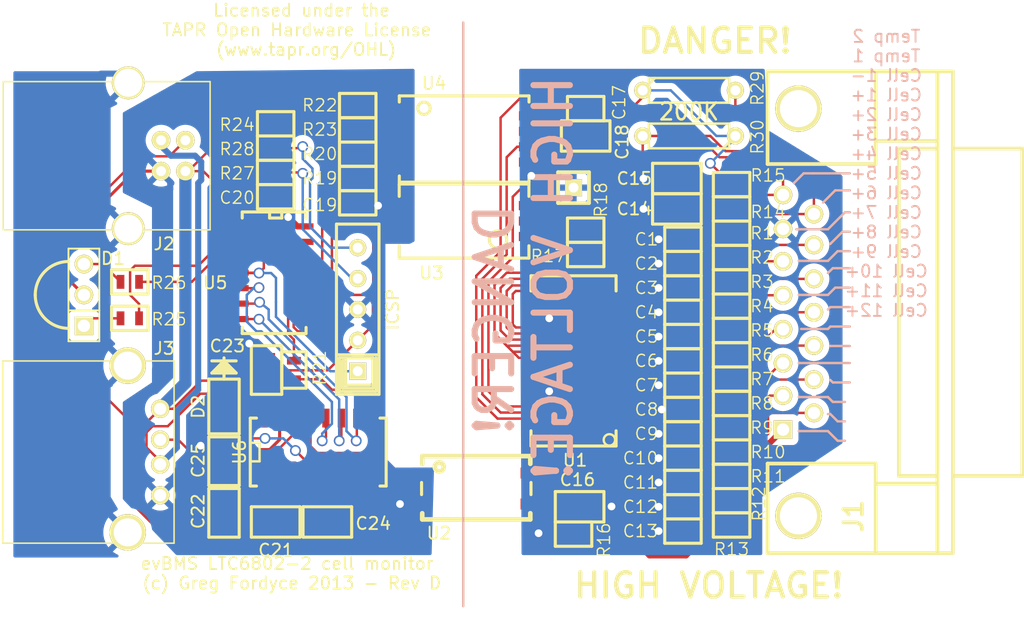
<source format=kicad_pcb>
(kicad_pcb (version 20221018) (generator pcbnew)
  (title_block (title "LTC6802-2 based cell monitor") (rev "D") (company "(c) Greg Fordyce 2013") (comment 1 "www.go-ev.co.uk") (comment 4 "Licensed under the TAPR Open Hardware License (www.tapr.org/OHL)"))
  (layers (0 "F.Cu" signal) (31 "B.Cu" signal) (34 "B.Paste" user) (35 "F.Paste" user) (36 "B.SilkS" user) (37 "F.SilkS" user) (38 "B.Mask" user) (39 "F.Mask" user) (44 "Edge.Cuts" user))
  (net 0 "")
  (net 1 "GND")
  (net 2 "GNDPWR")
  (net 3 "N-000001")
  (net 4 "N-0000010")
  (net 5 "N-0000011")
  (net 6 "N-0000012")
  (net 7 "N-0000013")
  (net 8 "N-0000014")
  (net 9 "N-0000016")
  (net 10 "N-0000017")
  (net 11 "N-0000018")
  (net 12 "N-0000019")
  (net 13 "N-000002")
  (net 14 "N-0000020")
  (net 15 "N-0000021")
  (net 16 "N-0000022")
  (net 17 "N-0000023")
  (net 18 "N-0000024")
  (net 19 "N-0000025")
  (net 20 "N-0000026")
  (net 21 "N-0000027")
  (net 22 "N-0000028")
  (net 23 "N-0000029")
  (net 24 "N-000003")
  (net 25 "N-0000030")
  (net 26 "N-0000031")
  (net 27 "N-0000032")
  (net 28 "N-0000033")
  (net 29 "N-0000035")
  (net 30 "N-0000036")
  (net 31 "N-0000037")
  (net 32 "N-0000038")
  (net 33 "N-0000039")
  (net 34 "N-000004")
  (net 35 "N-0000040")
  (net 36 "N-0000041")
  (net 37 "N-0000042")
  (net 38 "N-0000043")
  (net 39 "N-0000044")
  (net 40 "N-0000045")
  (net 41 "N-0000046")
  (net 42 "N-0000047")
  (net 43 "N-0000048")
  (net 44 "N-000005")
  (net 45 "N-0000050")
  (net 46 "N-0000051")
  (net 47 "N-0000052")
  (net 48 "N-0000053")
  (net 49 "N-0000054")
  (net 50 "N-0000055")
  (net 51 "N-0000056")
  (net 52 "N-0000057")
  (net 53 "N-0000058")
  (net 54 "N-0000059")
  (net 55 "N-000006")
  (net 56 "N-0000060")
  (net 57 "N-0000061")
  (net 58 "N-0000062")
  (net 59 "N-0000063")
  (net 60 "N-0000064")
  (net 61 "N-0000065")
  (net 62 "N-0000066")
  (net 63 "N-000007")
  (net 64 "N-000008")
  (net 65 "N-0000081")
  (net 66 "N-0000083")
  (net 67 "N-0000085")
  (net 68 "N-0000087")
  (net 69 "N-0000088")
  (net 70 "N-000009")
  (footprint "SSOP-44" (layer "F.Cu") (at 176.075 121.825 90)
    (fp_text reference "U1")
    (fp_text value "LTC6802-2" hide)
  )
  (footprint "SOP-4L" (layer "F.Cu") (at 168.075 132.325)
    (fp_text reference "U2")
    (fp_text value "TCLT1009" hide)
  )
  (footprint "SO8wide" (layer "F.Cu") (at 166.825 103.575 -90)
    (fp_text reference "U4")
    (fp_text value "ACPL-K64L" hide)
  )
  (footprint "SO6wide" (layer "F.Cu") (at 167.325 110.325 90)
    (fp_text reference "U3")
    (fp_text value "ACPL-W61L" hide)
  )
  (footprint "SO16N" (layer "F.Cu") (at 155.075 129.325)
    (fp_text reference "U6")
    (fp_text value "MAX232" hide)
  )
  (footprint "SM0805" (layer "F.Cu") (at 147.325 134.325 90)
    (fp_text reference "C22")
    (fp_text value "1uf" hide)
  )
  (footprint "SM0805" (layer "F.Cu") (at 184.575 109.325 180)
    (fp_text reference "C14")
    (fp_text value "1uf" hide)
  )
  (footprint "SM0805" (layer "F.Cu") (at 184.575 106.825 180)
    (fp_text reference "C15")
    (fp_text value "1uf" hide)
  )
  (footprint "SM0805" (layer "F.Cu") (at 151.575 135.075 180)
    (fp_text reference "C21")
    (fp_text value "1uf" hide)
  )
  (footprint "SM0805" (layer "F.Cu") (at 155.825 135.075 180)
    (fp_text reference "C24")
    (fp_text value "1uf" hide)
  )
  (footprint "SM0805" (layer "F.Cu") (at 147.325 130.075 -90)
    (fp_text reference "C25")
    (fp_text value "1uf" hide)
  )
  (footprint "SM0805" (layer "F.Cu") (at 150.825 122.575 90)
    (fp_text reference "C23")
    (fp_text value "1uf" hide)
  )
  (footprint "SM0603_Capa" (layer "F.Cu") (at 151.575 108.325)
    (fp_text reference "C20")
    (fp_text value "100nf" hide)
  )
  (footprint "SM0603_Capa" (layer "F.Cu") (at 177.075 101.075 180)
    (fp_text reference "C17")
    (fp_text value "100nf" hide)
  )
  (footprint "SM0603_Capa" (layer "F.Cu") (at 158.325 108.825)
    (fp_text reference "C19")
    (fp_text value "100nf" hide)
  )
  (footprint "SM0603_Capa" (layer "F.Cu") (at 185.075 111.825 180)
    (fp_text reference "C1")
    (fp_text value "100nf" hide)
  )
  (footprint "SM0603_Capa" (layer "F.Cu") (at 185.075 113.825 180)
    (fp_text reference "C2")
    (fp_text value "100nf" hide)
  )
  (footprint "SM0603_Capa" (layer "F.Cu") (at 185.075 117.825 180)
    (fp_text reference "C4")
    (fp_text value "100nf" hide)
  )
  (footprint "SM0603" (layer "F.Cu") (at 189.075 125.325 180)
    (fp_text reference "R8")
    (fp_text value "100R" hide)
  )
  (footprint "SM0603" (layer "F.Cu") (at 189.075 133.325 180)
    (fp_text reference "R12")
    (fp_text value "100R" hide)
  )
  (footprint "SM0603" (layer "F.Cu") (at 189.075 131.325 180)
    (fp_text reference "R11")
    (fp_text value "100R" hide)
  )
  (footprint "SM0603" (layer "F.Cu") (at 189.075 129.325 180)
    (fp_text reference "R10")
    (fp_text value "100R" hide)
  )
  (footprint "SM0603" (layer "F.Cu") (at 189.075 127.325 180)
    (fp_text reference "R9")
    (fp_text value "100R" hide)
  )
  (footprint "SM0603" (layer "F.Cu") (at 158.325 100.825)
    (fp_text reference "R22")
    (fp_text value "845R" hide)
  )
  (footprint "SM0603" (layer "F.Cu") (at 189.075 123.325 180)
    (fp_text reference "R7")
    (fp_text value "100R" hide)
  )
  (footprint "SM0603" (layer "F.Cu") (at 158.325 106.825)
    (fp_text reference "R19")
    (fp_text value "845R" hide)
  )
  (footprint "SM0603" (layer "F.Cu") (at 158.325 104.825 180)
    (fp_text reference "R20")
    (fp_text value "845R" hide)
  )
  (footprint "SM0603" (layer "F.Cu") (at 158.325 102.825 180)
    (fp_text reference "R23")
    (fp_text value "845R" hide)
  )
  (footprint "SM0603" (layer "F.Cu") (at 151.575 104.325)
    (fp_text reference "R28")
    (fp_text value "330R" hide)
  )
  (footprint "SM0603" (layer "F.Cu") (at 177.075 111.075)
    (fp_text reference "R18")
    (fp_text value "680R" hide)
  )
  (footprint "SM0603" (layer "F.Cu") (at 151.575 102.325)
    (fp_text reference "R24")
    (fp_text value "10K" hide)
  )
  (footprint "SM0603" (layer "F.Cu") (at 151.575 106.325)
    (fp_text reference "R27")
    (fp_text value "330R" hide)
  )
  (footprint "SM0603" (layer "F.Cu") (at 189.075 121.325 180)
    (fp_text reference "R6")
    (fp_text value "100R" hide)
  )
  (footprint "SM0603" (layer "F.Cu") (at 139.575 118.325)
    (fp_text reference "R25")
    (fp_text value "330R" hide)
  )
  (footprint "SM0603" (layer "F.Cu") (at 189.075 109.325)
    (fp_text reference "R14")
    (fp_text value "200K" hide)
  )
  (footprint "SM0603" (layer "F.Cu") (at 189.075 107.325)
    (fp_text reference "R15")
    (fp_text value "200K" hide)
  )
  (footprint "SM0603" (layer "F.Cu") (at 153.075 122.575 -90)
    (fp_text reference "R21")
    (fp_text value "330R" hide)
  )
  (footprint "SM0603" (layer "F.Cu") (at 177.075 113.075)
    (fp_text reference "R17")
    (fp_text value "1K" hide)
  )
  (footprint "SM0603" (layer "F.Cu") (at 176.075 136.075)
    (fp_text reference "R16")
    (fp_text value "4K7" hide)
  )
  (footprint "SM0603" (layer "F.Cu") (at 189.075 111.325 180)
    (fp_text reference "R1")
    (fp_text value "100R" hide)
  )
  (footprint "SM0603" (layer "F.Cu") (at 139.575 115.325)
    (fp_text reference "R26")
    (fp_text value "330R" hide)
  )
  (footprint "SM0603" (layer "F.Cu") (at 189.075 135.325 180)
    (fp_text reference "R13")
    (fp_text value "20R" hide)
  )
  (footprint "SM0603" (layer "F.Cu") (at 189.075 113.325 180)
    (fp_text reference "R2")
    (fp_text value "100R" hide)
  )
  (footprint "SM0603" (layer "F.Cu") (at 189.075 115.325 180)
    (fp_text reference "R3")
    (fp_text value "100R" hide)
  )
  (footprint "SM0603" (layer "F.Cu") (at 189.075 117.325 180)
    (fp_text reference "R4")
    (fp_text value "100R" hide)
  )
  (footprint "SM0603" (layer "F.Cu") (at 189.075 119.325 180)
    (fp_text reference "R5")
    (fp_text value "100R" hide)
  )
  (footprint "SIL-1" (layer "F.Cu") (at 176.075 107.575 90)
    (fp_text reference "P1" hide)
    (fp_text value "CONN_1" hide)
  )
  (footprint "R3" (layer "F.Cu") (at 185.575 99.575)
    (fp_text reference "R29")
    (fp_text value "200K" hide)
  )
  (footprint "ICSP" (layer "F.Cu") (at 158.325 116.325 90)
    (fp_text reference "J4" hide)
    (fp_text value "ICSP")
  )
  (footprint "Diode-0805" (layer "F.Cu") (at 147.325 125.575 90)
    (fp_text reference "D2")
    (fp_text value "1N4148" hide)
  )
  (footprint "DB15MC" (layer "F.Cu") (at 194.575 117.825 -90)
    (fp_text reference "J1")
    (fp_text value "DB15" hide)
  )
  (footprint "Bi-LED" (layer "F.Cu") (at 135.8 116.4 90)
    (fp_text reference "D1")
    (fp_text value "BI_LED" hide)
  )
  (footprint "R3" (layer "F.Cu") (at 185.575 103.325 180)
    (fp_text reference "R30")
    (fp_text value "200K")
  )
  (footprint "SM0603_Capa" (layer "F.Cu") (at 185.075 119.825 180)
    (fp_text reference "C5")
    (fp_text value "100nf" hide)
  )
  (footprint "SM0603_Capa" (layer "F.Cu") (at 185.075 121.825 180)
    (fp_text reference "C6")
    (fp_text value "100nf" hide)
  )
  (footprint "SM0603_Capa" (layer "F.Cu") (at 185.075 123.825 180)
    (fp_text reference "C7")
    (fp_text value "100nf" hide)
  )
  (footprint "SM0603_Capa" (layer "F.Cu") (at 185.075 125.825 180)
    (fp_text reference "C8")
    (fp_text value "100nf" hide)
  )
  (footprint "SM0603_Capa" (layer "F.Cu") (at 185.075 127.825 180)
    (fp_text reference "C9")
    (fp_text value "100nf" hide)
  )
  (footprint "SM0603_Capa" (layer "F.Cu") (at 185.075 129.825 180)
    (fp_text reference "C10")
    (fp_text value "100nf" hide)
  )
  (footprint "SM0603_Capa" (layer "F.Cu") (at 185.075 131.825 180)
    (fp_text reference "C11")
    (fp_text value "100nf" hide)
  )
  (footprint "SM0603_Capa" (layer "F.Cu") (at 185.075 133.825 180)
    (fp_text reference "C12")
    (fp_text value "100nf" hide)
  )
  (footprint "SM0603_Capa" (layer "F.Cu") (at 185.075 135.825 180)
    (fp_text reference "C13")
    (fp_text value "100nf" hide)
  )
  (footprint "SM0603_Capa" (layer "F.Cu") (at 185.075 115.825 180)
    (fp_text reference "C3")
    (fp_text value "100nf" hide)
  )
  (footprint "SM0805" (layer "F.Cu") (at 177.075 103.325 180)
    (fp_text reference "C18")
    (fp_text value "1uf" hide)
  )
  (footprint "SM0805" (layer "F.Cu") (at 176.575 133.825 180)
    (fp_text reference "C16")
    (fp_text value "1uf" hide)
  )
  (footprint "USB_B" (layer "F.Cu") (at 139.45 104.95 -90)
    (fp_text reference "J2")
    (fp_text value "USB B conn." hide)
  )
  (footprint "USB_A" (layer "F.Cu") (at 142.075 129.325 180)
    (fp_text reference "J3")
    (fp_text value "USB A connector" hide)
  )
  (footprint "SO14E" (layer "F.Cu") (at 151.575 114.575 -90)
    (fp_text reference "U5")
    (fp_text value "PIC16F1825" hide)
  )
  (gr_line (start 196.6 108.8) (end 197.6 107.8) (stroke (width 0.2)) (layer "B.SilkS"))
  (gr_line (start 197 127.6) (end 197.8 128.4) (stroke (width 0.2)) (layer "B.SilkS"))
  (gr_line (start 194.6 116.4) (end 197 116.4) (stroke (width 0.2)) (layer "B.SilkS"))
  (gr_line (start 198.8 106.4) (end 195.8 106.4) (stroke (width 0.2)) (layer "B.SilkS"))
  (gr_line (start 198.8 123.6) (end 197.4 123.6) (stroke (width 0.2)) (layer "B.SilkS"))
  (gr_line (start 194.8 119.2) (end 197 119.2) (stroke (width 0.2)) (layer "B.SilkS"))
  (gr_line (start 197.6 115.8) (end 198.8 115.8) (stroke (width 0.2)) (layer "B.SilkS"))
  (gr_line (start 195.8 106.4) (end 195 106.4) (stroke (width 0.2)) (layer "B.SilkS"))
  (gr_line (start 198.8 120.6) (end 197.2 120.6) (stroke (width 0.2)) (layer "B.SilkS"))
  (gr_line (start 197.8 126.8) (end 197.2 126.2) (stroke (width 0.2)) (layer "B.SilkS"))
  (gr_line (start 198.8 114.2) (end 197.8 114.2) (stroke (width 0.2)) (layer "B.SilkS"))
  (gr_line (start 198.4 109.6) (end 198.8 109.6) (stroke (width 0.2)) (layer "B.SilkS"))
  (gr_line (start 197.8 112.8) (end 198.8 112.8) (stroke (width 0.2)) (layer "B.SilkS"))
  (gr_line (start 197.2 117.4) (end 197 117.6) (stroke (width 0.2)) (layer "B.SilkS"))
  (gr_line (start 197.6 107.8) (end 198.8 107.8) (stroke (width 0.2)) (layer "B.SilkS"))
  (gr_line (start 197 119.2) (end 197.2 119) (stroke (width 0.2)) (layer "B.SilkS"))
  (gr_line (start 167 94) (end 167 142) (stroke (width 0.2)) (layer "B.SilkS"))
  (gr_line (start 197.4 123.6) (end 197.2 123.4) (stroke (width 0.2)) (layer "B.SilkS"))
  (gr_line (start 198.4 126.8) (end 197.8 126.8) (stroke (width 0.2)) (layer "B.SilkS"))
  (gr_line (start 194.6 122) (end 198.8 122) (stroke (width 0.2)) (layer "B.SilkS"))
  (gr_line (start 197 111) (end 198.4 109.6) (stroke (width 0.2)) (layer "B.SilkS"))
  (gr_line (start 198.2 111.2) (end 197.2 112.2) (stroke (width 0.2)) (layer "B.SilkS"))
  (gr_line (start 197.2 126.2) (end 197 126.2) (stroke (width 0.2)) (layer "B.SilkS"))
  (gr_line (start 197.4 114.2) (end 197 114.6) (stroke (width 0.2)) (layer "B.SilkS"))
  (gr_line (start 197.4 125.2) (end 198.4 125.2) (stroke (width 0.2)) (layer "B.SilkS"))
  (gr_line (start 197 124.8) (end 197.4 125.2) (stroke (width 0.2)) (layer "B.SilkS"))
  (gr_line (start 198.8 117.4) (end 197.2 117.4) (stroke (width 0.2)) (layer "B.SilkS"))
  (gr_line (start 197.8 128.4) (end 198.4 128.4) (stroke (width 0.2)) (layer "B.SilkS"))
  (gr_line (start 197 116.4) (end 197.6 115.8) (stroke (width 0.2)) (layer "B.SilkS"))
  (gr_line (start 195 106.4) (end 194.2 107.2) (stroke (width 0.2)) (layer "B.SilkS"))
  (gr_line (start 197.2 119) (end 198.8 119) (stroke (width 0.2)) (layer "B.SilkS"))
  (gr_line (start 194.6 113.6) (end 197 113.6) (stroke (width 0.2)) (layer "B.SilkS"))
  (gr_line (start 194.6 124.8) (end 197 124.8) (stroke (width 0.2)) (layer "B.SilkS"))
  (gr_line (start 198.8 111.2) (end 198.2 111.2) (stroke (width 0.2)) (layer "B.SilkS"))
  (gr_line (start 194.4 111) (end 197 111) (stroke (width 0.2)) (layer "B.SilkS"))
  (gr_line (start 194.6 127.6) (end 197 127.6) (stroke (width 0.2)) (layer "B.SilkS"))
  (gr_line (start 197.8 114.2) (end 197.4 114.2) (stroke (width 0.2)) (layer "B.SilkS"))
  (gr_line (start 197 113.6) (end 197.8 112.8) (stroke (width 0.2)) (layer "B.SilkS"))
  (gr_line (start 167 142) (end 167 94) (stroke (width 0.2)) (layer "F.SilkS"))
  (gr_text "     DANGER!  \nHIGH VOLTAGE!" (at 172 115 90) (layer "B.SilkS") (effects (font (size 3 3) (thickness 0.5)) (justify mirror)))
  (gr_text "Temp 2\nTemp 1\nCell 1-\nCell 1+\nCell 2+\nCell 3+\nCell 4+\nCell 5+\nCell 6+\nCell 7+\nCell 8+\nCell 9+\nCell 10+\nCell 11+\nCell 12+" (at 201.8 106.4) (layer "B.SilkS") (effects (font (size 1 1)) (justify mirror)))
  (gr_text "HIGH VOLTAGE!" (at 187.2 140.3) (layer "F.SilkS") (effects (font (size 2 2) (thickness 0.35))))
  (gr_text " Licensed under the \nTAPR Open Hardware License \n (www.tapr.org/OHL)" (at 153.7 94.6) (layer "F.SilkS") (effects (font (size 1 1))))
  (gr_text "evBMS LTC6802-2 cell monitor \n (c) Greg Fordyce 2013 - Rev D " (at 152.9 139.3) (layer "F.SilkS") (effects (font (size 1 1))))
  (gr_text "DANGER!" (at 187.7 95.5) (layer "F.SilkS") (effects (font (size 2 2) (thickness 0.35))))
  (segment (start 159.317 109.055) (end 159.087 108.825) (width 0.5) (layer "F.Cu") (net 1))
  (segment (start 150.6225 121.6225) (end 149.4 120.4) (width 0.5) (layer "F.Cu") (net 1))
  (segment (start 161.805 133.595) (end 161.8 133.6) (width 0.5) (layer "F.Cu") (net 1))
  (segment (start 145.7225 129.1225) (end 145.4 128.8) (width 0.5) (layer "F.Cu") (net 1))
  (segment (start 151.9 128.3) (end 151.0775 129.1225) (width 0.254) (layer "F.Cu") (net 1))
  (segment (start 151.0775 129.1225) (end 147.325 129.1225) (width 0.254) (layer "F.Cu") (net 1))
  (segment (start 150.813 108.813) (end 152 110) (width 0.5) (layer "F.Cu") (net 1))
  (segment (start 152 110) (end 152.6 110) (width 0.5) (layer "F.Cu") (net 1))
  (segment (start 153.365 110.765) (end 152.6 110) (width 0.5) (layer "F.Cu") (net 1))
  (segment (start 139.98 106.22) (end 134.4 111.8) (width 0.254) (layer "F.Cu") (net 1))
  (segment (start 134.4 111.8) (end 134.4 115) (width 0.254) (layer "F.Cu") (net 1))
  (segment (start 134.4 115) (end 135.8 116.4) (width 0.254) (layer "F.Cu") (net 1))
  (segment (start 160 109.055) (end 159.317 109.055) (width 0.5) (layer "F.Cu") (net 1))
  (segment (start 147.325 129.1225) (end 145.7225 129.1225) (width 0.5) (layer "F.Cu") (net 1))
  (segment (start 154.115 110.765) (end 153.365 110.765) (width 0.5) (layer "F.Cu") (net 1))
  (segment (start 161.737 109.055) (end 160 109.055) (width 0.5) (layer "F.Cu") (net 1))
  (segment (start 150.825 121.6225) (end 150.6225 121.6225) (width 0.5) (layer "F.Cu") (net 1))
  (segment (start 142.15002 106.22) (end 139.98 106.22) (width 0.254) (layer "F.Cu") (net 1))
  (segment (start 151.9 126.531) (end 151.9 128.3) (width 0.254) (layer "F.Cu") (net 1))
  (segment (start 163.63 133.595) (end 161.805 133.595) (width 0.5) (layer "F.Cu") (net 1))
  (segment (start 150.813 108.325) (end 150.813 108.813) (width 0.5) (layer "F.Cu") (net 1))
  (via (at 160 109.055) (size 0.889) (drill 0.635) (layers "F.Cu" "B.Cu") (net 1))
  (via (at 152.6 110) (size 0.889) (drill 0.635) (layers "F.Cu" "B.Cu") (net 1))
  (via (at 149.4 120.4) (size 0.889) (drill 0.635) (layers "F.Cu" "B.Cu") (net 1))
  (via (at 145.4 128.8) (size 0.889) (drill 0.635) (layers "F.Cu" "B.Cu") (net 1))
  (via (at 161.8 133.6) (size 0.889) (drill 0.635) (layers "F.Cu" "B.Cu") (net 1))
  (segment (start 160 109.055) (end 160 109) (width 0.2) (layer "B.Cu") (net 1))
  (segment (start 142.15002 106.35002) (end 142.9 107.1) (width 0.5) (layer "B.Cu") (net 1))
  (segment (start 142.9 107.1) (end 143 107.2) (width 0.5) (layer "B.Cu") (net 1))
  (segment (start 142.9 107.7) (end 142.8 107.8) (width 0.5) (layer "B.Cu") (net 1))
  (segment (start 142.15002 106.22) (end 142.15002 106.35002) (width 0.5) (layer "B.Cu") (net 1))
  (segment (start 142.9 107.1) (end 142.9 107.7) (width 0.5) (layer "B.Cu") (net 1))
  (segment (start 173.82596 118.07596) (end 174.075 118.325) (width 0.2) (layer "F.Cu") (net 2))
  (segment (start 173.8262 118.5738) (end 174.075 118.325) (width 0.2) (layer "F.Cu") (net 2))
  (segment (start 173.82418 124.57582) (end 174.075 124.325) (width 0.2) (layer "F.Cu") (net 2))
  (segment (start 173.82544 124.07544) (end 174.075 124.325) (width 0.2) (layer "F.Cu") (net 2))
  (segment (start 173.82494 123.57506) (end 174.07488 123.825) (width 0.2) (layer "F.Cu") (net 2))
  (segment (start 174.07488 123.825) (end 174.07488 124.32512) (width 0.2) (layer "F.Cu") (net 2))
  (segment (start 174.07488 124.32512) (end 174.075 124.325) (width 0.2) (layer "F.Cu") (net 2))
  (segment (start 173.8238 125.0762) (end 174.075 124.825) (width 0.2) (layer "F.Cu") (net 2))
  (segment (start 174.075 124.825) (end 174.075 124.325) (width 0.2) (layer "F.Cu") (net 2))
  (segment (start 176.313 103.1345) (end 176.1225 103.325) (width 0.2) (layer "F.Cu") (net 2))
  (segment (start 176.1225 107.5275) (end 176.075 107.575) (width 0.2) (layer "F.Cu") (net 2))
  (segment (start 172.52 135.32) (end 173.2 136) (width 0.5) (layer "F.Cu") (net 2))
  (segment (start 179.175 133.825) (end 179.2 133.8) (width 0.5) (layer "F.Cu") (net 2))
  (segment (start 172.54 106.54) (end 172.6 106.6) (width 0.5) (layer "F.Cu") (net 2))
  (segment (start 176.1225 103.325) (end 176.1225 107.5275) (width 0.2) (layer "F.Cu") (net 2))
  (segment (start 184.313 121.825) (end 183.075 121.825) (width 0.5) (layer "F.Cu") (net 2))
  (segment (start 184.313 113.825) (end 183.075 113.825) (width 0.5) (layer "F.Cu") (net 2))
  (segment (start 184.313 119.825) (end 183.075 119.825) (width 0.5) (layer "F.Cu") (net 2))
  (segment (start 177.5275 133.825) (end 179.175 133.825) (width 0.5) (layer "F.Cu") (net 2))
  (segment (start 184.313 123.825) (end 183.075 123.825) (width 0.5) (layer "F.Cu") (net 2))
  (segment (start 183.6225 106.825) (end 181.825 106.825) (width 0.5) (layer "F.Cu") (net 2))
  (segment (start 183.6225 109.325) (end 181.825 109.325) (width 0.5) (layer "F.Cu") (net 2))
  (segment (start 172.54 105.48) (end 172.54 106.54) (width 0.5) (layer "F.Cu") (net 2))
  (segment (start 172.57234 118.5738) (end 173.8262 118.5738) (width 0.2) (layer "F.Cu") (net 2))
  (segment (start 173.82596 118.07596) (end 172.57234 118.07596) (width 0.2) (layer "F.Cu") (net 2))
  (segment (start 184.313 127.825) (end 183.075 127.825) (width 0.5) (layer "F.Cu") (net 2))
  (segment (start 184.313 133.825) (end 183.075 133.825) (width 0.5) (layer "F.Cu") (net 2))
  (segment (start 172.52 133.595) (end 172.52 135.32) (width 0.5) (layer "F.Cu") (net 2))
  (segment (start 184.313 129.825) (end 183.075 129.825) (width 0.5) (layer "F.Cu") (net 2))
  (segment (start 184.313 131.825) (end 183.075 131.825) (width 0.5) (layer "F.Cu") (net 2))
  (segment (start 184.313 111.825) (end 183.075 111.825) (width 0.5) (layer "F.Cu") (net 2))
  (segment (start 184.313 125.825) (end 183.325 125.825) (width 0.5) (layer "F.Cu") (net 2))
  (segment (start 184.313 115.825) (end 183.075 115.825) (width 0.5) (layer "F.Cu") (net 2))
  (segment (start 184.313 117.825) (end 183.075 117.825) (width 0.5) (layer "F.Cu") (net 2))
  (segment (start 172.57234 123.57506) (end 173.82494 123.57506) (width 0.2) (layer "F.Cu") (net 2))
  (segment (start 172.57234 124.07544) (end 173.82544 124.07544) (width 0.2) (layer "F.Cu") (net 2))
  (segment (start 173.82418 124.57582) (end 172.57234 124.57582) (width 0.2) (layer "F.Cu") (net 2))
  (segment (start 176.313 101.075) (end 176.313 103.1345) (width 0.2) (layer "F.Cu") (net 2))
  (segment (start 172.57234 125.0762) (end 173.8238 125.0762) (width 0.2) (layer "F.Cu") (net 2))
  (segment (start 184.313 135.825) (end 183.075 135.825) (width 0.5) (layer "F.Cu") (net 2))
  (via (at 183.075 133.825) (size 0.889) (drill 0.635) (layers "F.Cu" "B.Cu") (net 2))
  (via (at 172.6 106.6) (size 0.889) (drill 0.635) (layers "F.Cu" "B.Cu") (net 2))
  (via (at 183.075 123.825) (size 0.889) (drill 0.635) (layers "F.Cu" "B.Cu") (net 2))
  (via (at 183.075 135.825) (size 0.889) (drill 0.635) (layers "F.Cu" "B.Cu") (net 2))
  (via (at 183.325 125.825) (size 0.889) (drill 0.635) (layers "F.Cu" "B.Cu") (net 2))
  (via (at 173.2 136) (size 0.889) (drill 0.635) (layers "F.Cu" "B.Cu") (net 2))
  (via (at 174.075 118.325) (size 0.889) (drill 0.635) (layers "F.Cu" "B.Cu") (net 2))
  (via (at 183.075 129.825) (size 0.889) (drill 0.635) (layers "F.Cu" "B.Cu") (net 2))
  (via (at 179.2 133.8) (size 0.889) (drill 0.635) (layers "F.Cu" "B.Cu") (net 2))
  (via (at 181.825 109.325) (size 0.889) (drill 0.635) (layers "F.Cu" "B.Cu") (net 2))
  (via (at 174.075 124.325) (size 0.889) (drill 0.635) (layers "F.Cu" "B.Cu") (net 2))
  (via (at 183.075 117.825) (size 0.889) (drill 0.635) (layers "F.Cu" "B.Cu") (net 2))
  (via (at 183.075 119.825) (size 0.889) (drill 0.635) (layers "F.Cu" "B.Cu") (net 2))
  (via (at 181.825 106.825) (size 0.889) (drill 0.635) (layers "F.Cu" "B.Cu") (net 2))
  (via (at 183.075 127.825) (size 0.889) (drill 0.635) (layers "F.Cu" "B.Cu") (net 2))
  (via (at 183.075 113.825) (size 0.889) (drill 0.635) (layers "F.Cu" "B.Cu") (net 2))
  (via (at 183.075 111.825) (size 0.889) (drill 0.635) (layers "F.Cu" "B.Cu") (net 2))
  (via (at 183.075 131.825) (size 0.889) (drill 0.635) (layers "F.Cu" "B.Cu") (net 2))
  (via (at 183.075 121.825) (size 0.889) (drill 0.635) (layers "F.Cu" "B.Cu") (net 2))
  (via (at 183.075 115.825) (size 0.889) (drill 0.635) (layers "F.Cu" "B.Cu") (net 2))
  (segment (start 172.57234 131.00266) (end 172.52 131.055) (width 0.2) (layer "F.Cu") (net 3))
  (segment (start 175.313 135.813) (end 174.325 134.825) (width 0.2) (layer "F.Cu") (net 3))
  (segment (start 174.325 134.825) (end 174.325 132.075) (width 0.2) (layer "F.Cu") (net 3))
  (segment (start 174.325 132.075) (end 173.305 131.055) (width 0.2) (layer "F.Cu") (net 3))
  (segment (start 173.305 131.055) (end 172.52 131.055) (width 0.2) (layer "F.Cu") (net 3))
  (segment (start 175.313 136.075) (end 175.313 135.813) (width 0.2) (layer "F.Cu") (net 3))
  (segment (start 172.57234 127.07518) (end 172.57234 131.00266) (width 0.2) (layer "F.Cu") (net 3))
  (segment (start 186.337 125.325) (end 185.837 125.825) (width 0.2) (layer "F.Cu") (net 4))
  (segment (start 185.575 125.325) (end 185.128972 124.878972) (width 0.2) (layer "F.Cu") (net 4))
  (segment (start 185.128972 124.878972) (end 182.878972 124.878972) (width 0.2) (layer "F.Cu") (net 4))
  (segment (start 182.878972 124.878972) (end 180.5743 122.5743) (width 0.2) (layer "F.Cu") (net 4))
  (segment (start 180.5743 122.5743) (end 179.57766 122.5743) (width 0.2) (layer "F.Cu") (net 4))
  (segment (start 186.337 125.325) (end 185.575 125.325) (width 0.2) (layer "F.Cu") (net 4))
  (segment (start 188.313 125.325) (end 186.337 125.325) (width 0.2) (layer "F.Cu") (net 4))
  (segment (start 186.337 133.325) (end 185.837 133.825) (width 0.2) (layer "F.Cu") (net 5))
  (segment (start 185.575 133.325) (end 185.075 132.825) (width 0.2) (layer "F.Cu") (net 5))
  (segment (start 185.075 132.825) (end 181.325 132.825) (width 0.2) (layer "F.Cu") (net 5))
  (segment (start 181.325 132.825) (end 180.825 132.325) (width 0.2) (layer "F.Cu") (net 5))
  (segment (start 180.825 132.325) (end 180.825 127.825) (width 0.2) (layer "F.Cu") (net 5))
  (segment (start 180.825 127.825) (end 180.825 127.325) (width 0.2) (layer "F.Cu") (net 5))
  (segment (start 180.825 127.325) (end 180.825 126.825) (width 0.2) (layer "F.Cu") (net 5))
  (segment (start 180.825 126.825) (end 180.57226 126.57226) (width 0.2) (layer "F.Cu") (net 5))
  (segment (start 180.57226 126.57226) (end 179.57766 126.57226) (width 0.2) (layer "F.Cu") (net 5))
  (segment (start 188.313 133.325) (end 186.337 133.325) (width 0.2) (layer "F.Cu") (net 5))
  (segment (start 186.337 133.325) (end 185.575 133.325) (width 0.2) (layer "F.Cu") (net 5))
  (segment (start 186.337 131.325) (end 185.837 131.825) (width 0.2) (layer "F.Cu") (net 6))
  (segment (start 186.331 131.325) (end 186.337 131.325) (width 0.2) (layer "F.Cu") (net 6))
  (segment (start 185.575 131.325) (end 185.075 130.825) (width 0.2) (layer "F.Cu") (net 6))
  (segment (start 185.075 130.825) (end 181.325 130.825) (width 0.2) (layer "F.Cu") (net 6))
  (segment (start 181.325 130.825) (end 181.325 126.575) (width 0.2) (layer "F.Cu") (net 6))
  (segment (start 181.325 126.575) (end 181.075 126.325) (width 0.2) (layer "F.Cu") (net 6))
  (segment (start 181.075 126.325) (end 181.075 125.825) (width 0.2) (layer "F.Cu") (net 6))
  (segment (start 181.075 125.825) (end 180.82404 125.57404) (width 0.2) (layer "F.Cu") (net 6))
  (segment (start 180.82404 125.57404) (end 179.57766 125.57404) (width 0.2) (layer "F.Cu") (net 6))
  (segment (start 188.313 131.325) (end 186.331 131.325) (width 0.2) (layer "F.Cu") (net 6))
  (segment (start 186.331 131.325) (end 185.575 131.325) (width 0.2) (layer "F.Cu") (net 6))
  (segment (start 186.337 113.325) (end 185.837 113.825) (width 0.2) (layer "F.Cu") (net 7))
  (segment (start 186.331 113.325) (end 186.337 113.325) (width 0.2) (layer "F.Cu") (net 7))
  (segment (start 185.575 113.325) (end 185.075 112.825) (width 0.2) (layer "F.Cu") (net 7))
  (segment (start 185.075 112.825) (end 182.575 112.825) (width 0.2) (layer "F.Cu") (net 7))
  (segment (start 182.575 112.825) (end 181.325 114.075) (width 0.2) (layer "F.Cu") (net 7))
  (segment (start 181.325 114.075) (end 181.325 116.075) (width 0.2) (layer "F.Cu") (net 7))
  (segment (start 181.325 116.075) (end 180.82772 116.57228) (width 0.2) (layer "F.Cu") (net 7))
  (segment (start 180.82772 116.57228) (end 179.57766 116.57228) (width 0.2) (layer "F.Cu") (net 7))
  (segment (start 186.331 113.325) (end 185.575 113.325) (width 0.2) (layer "F.Cu") (net 7))
  (segment (start 188.313 113.325) (end 186.331 113.325) (width 0.2) (layer "F.Cu") (net 7))
  (segment (start 186.337 111.325) (end 185.837 111.825) (width 0.2) (layer "F.Cu") (net 8))
  (segment (start 185.325 111.325) (end 184.825 110.825) (width 0.2) (layer "F.Cu") (net 8))
  (segment (start 184.825 110.825) (end 182.575 110.825) (width 0.2) (layer "F.Cu") (net 8))
  (segment (start 182.575 110.825) (end 182.075 111.325) (width 0.2) (layer "F.Cu") (net 8))
  (segment (start 182.075 111.325) (end 182.075 112.575) (width 0.2) (layer "F.Cu") (net 8))
  (segment (start 182.075 112.575) (end 180.575 114.075) (width 0.2) (layer "F.Cu") (net 8))
  (segment (start 179.075 115.575) (end 177.5748 117.0752) (width 0.2) (layer "F.Cu") (net 8))
  (segment (start 177.5748 117.0752) (end 172.57234 117.0752) (width 0.2) (layer "F.Cu") (net 8))
  (segment (start 188.313 111.325) (end 186.337 111.325) (width 0.2) (layer "F.Cu") (net 8))
  (segment (start 179.075 115.575) (end 180.575 114.075) (width 0.2) (layer "F.Cu") (net 8))
  (segment (start 186.337 111.325) (end 185.325 111.325) (width 0.2) (layer "F.Cu") (net 8))
  (segment (start 186.325 129.325) (end 185.837 129.813) (width 0.2) (layer "F.Cu") (net 9))
  (segment (start 185.837 129.813) (end 185.837 129.825) (width 0.2) (layer "F.Cu") (net 9))
  (segment (start 185.575 129.325) (end 185.075 128.825) (width 0.2) (layer "F.Cu") (net 9))
  (segment (start 185.075 128.825) (end 182.075 128.825) (width 0.2) (layer "F.Cu") (net 9))
  (segment (start 182.075 128.825) (end 181.825 128.575) (width 0.2) (layer "F.Cu") (net 9))
  (segment (start 181.825 128.575) (end 181.825 126.325) (width 0.2) (layer "F.Cu") (net 9))
  (segment (start 181.825 126.325) (end 181.575 126.075) (width 0.2) (layer "F.Cu") (net 9))
  (segment (start 181.575 126.075) (end 181.575 125.575) (width 0.2) (layer "F.Cu") (net 9))
  (segment (start 181.575 125.575) (end 180.57328 124.57328) (width 0.2) (layer "F.Cu") (net 9))
  (segment (start 180.57328 124.57328) (end 179.57766 124.57328) (width 0.2) (layer "F.Cu") (net 9))
  (segment (start 188.313 129.325) (end 186.325 129.325) (width 0.2) (layer "F.Cu") (net 9))
  (segment (start 186.325 129.325) (end 185.575 129.325) (width 0.2) (layer "F.Cu") (net 9))
  (segment (start 186.337 127.325) (end 185.837 127.825) (width 0.2) (layer "F.Cu") (net 10))
  (segment (start 185.575 127.325) (end 185.075 126.825) (width 0.2) (layer "F.Cu") (net 10))
  (segment (start 185.075 126.825) (end 182.825 126.825) (width 0.2) (layer "F.Cu") (net 10))
  (segment (start 182.825 126.825) (end 182.325 126.325) (width 0.2) (layer "F.Cu") (net 10))
  (segment (start 182.325 126.325) (end 182.325 125.325) (width 0.2) (layer "F.Cu") (net 10))
  (segment (start 182.325 125.325) (end 180.57252 123.57252) (width 0.2) (layer "F.Cu") (net 10))
  (segment (start 180.57252 123.57252) (end 179.57766 123.57252) (width 0.2) (layer "F.Cu") (net 10))
  (segment (start 188.313 127.325) (end 186.337 127.325) (width 0.2) (layer "F.Cu") (net 10))
  (segment (start 186.337 127.325) (end 185.575 127.325) (width 0.2) (layer "F.Cu") (net 10))
  (segment (start 186.337 119.325) (end 185.837 119.825) (width 0.2) (layer "F.Cu") (net 11))
  (segment (start 185.575 119.325) (end 185.075 118.825) (width 0.2) (layer "F.Cu") (net 11))
  (segment (start 185.075 118.825) (end 182.325 118.825) (width 0.2) (layer "F.Cu") (net 11))
  (segment (start 182.325 118.825) (end 181.57544 119.57456) (width 0.2) (layer "F.Cu") (net 11))
  (segment (start 181.57544 119.57456) (end 179.57766 119.57456) (width 0.2) (layer "F.Cu") (net 11))
  (segment (start 188.313 119.325) (end 186.337 119.325) (width 0.2) (layer "F.Cu") (net 11))
  (segment (start 186.337 119.325) (end 185.575 119.325) (width 0.2) (layer "F.Cu") (net 11))
  (segment (start 192.678 119.222) (end 190.575 121.325) (width 0.2) (layer "F.Cu") (net 12))
  (segment (start 190.575 121.325) (end 189.837 121.325) (width 0.2) (layer "F.Cu") (net 12))
  (segment (start 193.305 119.222) (end 192.678 119.222) (width 0.2) (layer "F.Cu") (net 12))
  (segment (start 187.575 135.325) (end 187.075 135.825) (width 0.5) (layer "F.Cu") (net 13))
  (segment (start 187.075 135.825) (end 185.837 135.825) (width 0.5) (layer "F.Cu") (net 13))
  (segment (start 185.837 137.313) (end 185.325 137.825) (width 0.5) (layer "F.Cu") (net 13))
  (segment (start 185.325 137.825) (end 182.325 137.825) (width 0.5) (layer "F.Cu") (net 13))
  (segment (start 182.325 137.825) (end 180.772906 136.272906) (width 0.5) (layer "F.Cu") (net 13))
  (segment (start 180.772906 136.272906) (end 180.772906 133.127094) (width 0.5) (layer "F.Cu") (net 13))
  (segment (start 180.772906 133.127094) (end 180.220998 132.575186) (width 0.5) (layer "F.Cu") (net 13))
  (segment (start 180.220998 132.575186) (end 180.220998 127.970998) (width 0.5) (layer "F.Cu") (net 13))
  (segment (start 180.220998 127.970998) (end 179.575 127.325) (width 0.5) (layer "F.Cu") (net 13))
  (segment (start 179.575 127.0753) (end 179.57766 127.07264) (width 0.2) (layer "F.Cu") (net 13))
  (segment (start 188.313 135.325) (end 187.575 135.325) (width 0.5) (layer "F.Cu") (net 13))
  (segment (start 185.837 135.825) (end 185.837 137.313) (width 0.5) (layer "F.Cu") (net 13))
  (segment (start 179.575 127.325) (end 179.575 127.0753) (width 0.2) (layer "F.Cu") (net 13))
  (segment (start 186.337 117.325) (end 185.837 117.825) (width 0.2) (layer "F.Cu") (net 14))
  (segment (start 185.575 117.325) (end 185.075 116.825) (width 0.2) (layer "F.Cu") (net 14))
  (segment (start 185.075 116.825) (end 182.575 116.825) (width 0.2) (layer "F.Cu") (net 14))
  (segment (start 182.575 116.825) (end 181.575 117.825) (width 0.2) (layer "F.Cu") (net 14))
  (segment (start 181.575 117.825) (end 181.575 118.075) (width 0.2) (layer "F.Cu") (net 14))
  (segment (start 181.575 118.075) (end 181.0762 118.5738) (width 0.2) (layer "F.Cu") (net 14))
  (segment (start 181.0762 118.5738) (end 179.57766 118.5738) (width 0.2) (layer "F.Cu") (net 14))
  (segment (start 186.337 117.325) (end 185.575 117.325) (width 0.2) (layer "F.Cu") (net 14))
  (segment (start 188.313 117.325) (end 186.337 117.325) (width 0.2) (layer "F.Cu") (net 14))
  (segment (start 192.3318 120.5682) (end 191.075 121.825) (width 0.2) (layer "F.Cu") (net 15))
  (segment (start 191.075 121.825) (end 191.075 122.825) (width 0.2) (layer "F.Cu") (net 15))
  (segment (start 191.075 122.825) (end 190.575 123.325) (width 0.2) (layer "F.Cu") (net 15))
  (segment (start 190.575 123.325) (end 189.837 123.325) (width 0.2) (layer "F.Cu") (net 15))
  (segment (start 195.845 120.5682) (end 192.3318 120.5682) (width 0.2) (layer "F.Cu") (net 15))
  (segment (start 186.337 123.325) (end 185.837 123.825) (width 0.2) (layer "F.Cu") (net 16))
  (segment (start 185.575 123.325) (end 185.075 122.825) (width 0.2) (layer "F.Cu") (net 16))
  (segment (start 185.075 122.825) (end 182.325 122.825) (width 0.2) (layer "F.Cu") (net 16))
  (segment (start 182.325 122.825) (end 181.07354 121.57354) (width 0.2) (layer "F.Cu") (net 16))
  (segment (start 181.07354 121.57354) (end 179.57766 121.57354) (width 0.2) (layer "F.Cu") (net 16))
  (segment (start 186.337 123.325) (end 185.575 123.325) (width 0.2) (layer "F.Cu") (net 16))
  (segment (start 188.313 123.325) (end 186.337 123.325) (width 0.2) (layer "F.Cu") (net 16))
  (segment (start 192.1122 112.2878) (end 191.1494 111.325) (width 0.2) (layer "F.Cu") (net 17))
  (segment (start 191.1494 111.325) (end 189.837 111.325) (width 0.2) (layer "F.Cu") (net 17))
  (segment (start 195.845 112.2878) (end 192.1122 112.2878) (width 0.2) (layer "F.Cu") (net 17))
  (segment (start 191.384 113.634) (end 191.075 113.325) (width 0.2) (layer "F.Cu") (net 18))
  (segment (start 191.075 113.325) (end 189.837 113.325) (width 0.2) (layer "F.Cu") (net 18))
  (segment (start 193.305 113.634) (end 191.384 113.634) (width 0.2) (layer "F.Cu") (net 18))
  (segment (start 191.3182 115.0818) (end 191.075 115.325) (width 0.2) (layer "F.Cu") (net 19))
  (segment (start 191.075 115.325) (end 189.837 115.325) (width 0.2) (layer "F.Cu") (net 19))
  (segment (start 195.845 115.0818) (end 191.3182 115.0818) (width 0.2) (layer "F.Cu") (net 19))
  (segment (start 191.972 116.428) (end 191.075 117.325) (width 0.2) (layer "F.Cu") (net 20))
  (segment (start 191.075 117.325) (end 189.837 117.325) (width 0.2) (layer "F.Cu") (net 20))
  (segment (start 193.305 116.428) (end 191.972 116.428) (width 0.2) (layer "F.Cu") (net 20))
  (segment (start 142.075 130.075) (end 140.95 128.95) (width 0.2) (layer "F.Cu") (net 21))
  (segment (start 140.95 128.95) (end 140.95 127.7) (width 0.2) (layer "F.Cu") (net 21))
  (segment (start 140.95 127.7) (end 141.45 127.2) (width 0.2) (layer "F.Cu") (net 21))
  (segment (start 141.45 127.2) (end 142.7 127.2) (width 0.2) (layer "F.Cu") (net 21))
  (segment (start 142.7 127.2) (end 145.37402 124.52598) (width 0.2) (layer "F.Cu") (net 21))
  (segment (start 145.37402 124.52598) (end 147.325 124.52598) (width 0.2) (layer "F.Cu") (net 21))
  (segment (start 142.075 130.341) (end 142.075 130.075) (width 0.2) (layer "F.Cu") (net 21))
  (segment (start 142.15002 104.15002) (end 142.95 104.95) (width 0.5) (layer "B.Cu") (net 21))
  (segment (start 142.95 104.95) (end 144.95 104.95) (width 0.5) (layer "B.Cu") (net 21))
  (segment (start 144.95 104.95) (end 145.45 105.45) (width 0.5) (layer "B.Cu") (net 21))
  (segment (start 145.45 105.45) (end 145.45 106.95) (width 0.5) (layer "B.Cu") (net 21))
  (segment (start 145.45 106.95) (end 145.2 107.2) (width 0.5) (layer "B.Cu") (net 21))
  (segment (start 145.2 107.2) (end 145.2 124.2) (width 0.5) (layer "B.Cu") (net 21))
  (segment (start 145.2 124.2) (end 143.45 125.95) (width 0.5) (layer "B.Cu") (net 21))
  (segment (start 143.45 125.95) (end 143.45 128.966) (width 0.5) (layer "B.Cu") (net 21))
  (segment (start 143.45 128.966) (end 142.075 130.341) (width 0.5) (layer "B.Cu") (net 21))
  (segment (start 142.15002 103.68) (end 142.15002 104.15002) (width 0.5) (layer "B.Cu") (net 21))
  (segment (start 192.217 124.683) (end 191.529002 125.370998) (width 0.2) (layer "F.Cu") (net 22))
  (segment (start 191.529002 125.370998) (end 191.529002 127.632998) (width 0.2) (layer "F.Cu") (net 22))
  (segment (start 191.529002 127.632998) (end 189.837 129.325) (width 0.2) (layer "F.Cu") (net 22))
  (segment (start 193.305 124.683) (end 192.217 124.683) (width 0.2) (layer "F.Cu") (net 22))
  (segment (start 192.5378 123.3622) (end 191.075 124.825) (width 0.2) (layer "F.Cu") (net 23))
  (segment (start 191.075 124.825) (end 191.075 126.325) (width 0.2) (layer "F.Cu") (net 23))
  (segment (start 191.075 126.325) (end 190.075 127.325) (width 0.2) (layer "F.Cu") (net 23))
  (segment (start 190.075 127.325) (end 189.837 127.325) (width 0.2) (layer "F.Cu") (net 23))
  (segment (start 195.845 123.3622) (end 192.5378 123.3622) (width 0.2) (layer "F.Cu") (net 23))
  (segment (start 186.337 121.325) (end 185.837 121.825) (width 0.2) (layer "F.Cu") (net 24))
  (segment (start 185.575 121.325) (end 185.075 120.825) (width 0.2) (layer "F.Cu") (net 24))
  (segment (start 185.075 120.825) (end 182.075 120.825) (width 0.2) (layer "F.Cu") (net 24))
  (segment (start 182.075 120.825) (end 181.82278 120.57278) (width 0.2) (layer "F.Cu") (net 24))
  (segment (start 181.82278 120.57278) (end 179.57766 120.57278) (width 0.2) (layer "F.Cu") (net 24))
  (segment (start 186.337 121.325) (end 185.575 121.325) (width 0.2) (layer "F.Cu") (net 24))
  (segment (start 188.313 121.325) (end 186.337 121.325) (width 0.2) (layer "F.Cu") (net 24))
  (segment (start 193.146 122.016) (end 189.837 125.325) (width 0.2) (layer "F.Cu") (net 25))
  (segment (start 193.305 122.016) (end 193.146 122.016) (width 0.2) (layer "F.Cu") (net 25))
  (segment (start 136.415 118.325) (end 135.8 118.94) (width 0.2) (layer "F.Cu") (net 26))
  (segment (start 138.813 118.325) (end 136.415 118.325) (width 0.2) (layer "F.Cu") (net 26))
  (segment (start 137.348 113.86) (end 138.813 115.325) (width 0.2) (layer "F.Cu") (net 27))
  (segment (start 135.8 113.86) (end 137.348 113.86) (width 0.2) (layer "F.Cu") (net 27))
  (segment (start 192.2946 126.1054) (end 192.075 126.325) (width 0.2) (layer "F.Cu") (net 28))
  (segment (start 192.075 126.325) (end 192.075 127.825) (width 0.2) (layer "F.Cu") (net 28))
  (segment (start 192.075 127.825) (end 191.075 128.825) (width 0.2) (layer "F.Cu") (net 28))
  (segment (start 191.075 128.825) (end 191.075 130.825) (width 0.2) (layer "F.Cu") (net 28))
  (segment (start 191.075 130.825) (end 190.575 131.325) (width 0.2) (layer "F.Cu") (net 28))
  (segment (start 190.575 131.325) (end 189.837 131.325) (width 0.2) (layer "F.Cu") (net 28))
  (segment (start 195.845 126.1054) (end 192.2946 126.1054) (width 0.2) (layer "F.Cu") (net 28))
  (segment (start 143.559 128.309) (end 145.2 129.95) (width 0.2) (layer "F.Cu") (net 29))
  (segment (start 145.2 129.95) (end 149.2 129.95) (width 0.2) (layer "F.Cu") (net 29))
  (segment (start 149.2 129.95) (end 149.45 129.7) (width 0.2) (layer "F.Cu") (net 29))
  (segment (start 149.45 129.7) (end 151.2 129.7) (width 0.2) (layer "F.Cu") (net 29))
  (segment (start 151.2 129.7) (end 153.17 127.73) (width 0.2) (layer "F.Cu") (net 29))
  (segment (start 153.17 127.73) (end 153.17 126.531) (width 0.2) (layer "F.Cu") (net 29))
  (segment (start 142.075 128.309) (end 143.559 128.309) (width 0.2) (layer "F.Cu") (net 29))
  (segment (start 153.8 106.4) (end 153.725 106.325) (width 0.2) (layer "F.Cu") (net 30))
  (segment (start 153.725 106.325) (end 152.337 106.325) (width 0.2) (layer "F.Cu") (net 30))
  (via (at 153.8 106.4) (size 0.889) (drill 0.635) (layers "F.Cu" "B.Cu") (net 30))
  (segment (start 157.855 115.055) (end 153.8 111) (width 0.2) (layer "B.Cu") (net 30))
  (segment (start 153.8 111) (end 153.8 106.4) (width 0.2) (layer "B.Cu") (net 30))
  (segment (start 158.325 115.055) (end 157.855 115.055) (width 0.2) (layer "B.Cu") (net 30))
  (segment (start 150.075 106.325) (end 150 106.4) (width 0.2) (layer "F.Cu") (net 31))
  (segment (start 150 106.4) (end 150 109) (width 0.2) (layer "F.Cu") (net 31))
  (segment (start 150 109) (end 151 110) (width 0.2) (layer "F.Cu") (net 31))
  (segment (start 153 112) (end 154.08 112) (width 0.2) (layer "F.Cu") (net 31))
  (segment (start 154.08 112) (end 154.115 112.035) (width 0.2) (layer "F.Cu") (net 31))
  (segment (start 151 110) (end 153 112) (width 0.2) (layer "F.Cu") (net 31))
  (segment (start 150.813 106.325) (end 150.075 106.325) (width 0.2) (layer "F.Cu") (net 31))
  (segment (start 149.875 104.325) (end 149.545998 104.654002) (width 0.2) (layer "F.Cu") (net 32))
  (segment (start 149.545998 104.654002) (end 149.545998 109.188054) (width 0.2) (layer "F.Cu") (net 32))
  (segment (start 149.545998 109.188054) (end 153.662944 113.305) (width 0.2) (layer "F.Cu") (net 32))
  (segment (start 153.662944 113.305) (end 154.115 113.305) (width 0.2) (layer "F.Cu") (net 32))
  (segment (start 150.813 104.325) (end 149.875 104.325) (width 0.2) (layer "F.Cu") (net 32))
  (segment (start 153.2 104.325) (end 152.337 104.325) (width 0.2) (layer "F.Cu") (net 33))
  (segment (start 153.2 104.325) (end 153.8 104.325) (width 0.2) (layer "F.Cu") (net 33))
  (segment (start 153.8 104.325) (end 153.8 104.2) (width 0.2) (layer "F.Cu") (net 33))
  (via (at 153.8 104.2) (size 0.889) (drill 0.635) (layers "F.Cu" "B.Cu") (net 33))
  (segment (start 154.8 111.2) (end 156.115 112.515) (width 0.2) (layer "B.Cu") (net 33))
  (segment (start 156.115 112.515) (end 158.325 112.515) (width 0.2) (layer "B.Cu") (net 33))
  (segment (start 154.4 110.8) (end 154.4 107) (width 0.2) (layer "B.Cu") (net 33))
  (segment (start 154.4 107) (end 154.6 106.8) (width 0.2) (layer "B.Cu") (net 33))
  (segment (start 154.6 106) (end 154.6 106.8) (width 0.2) (layer "B.Cu") (net 33))
  (segment (start 154 105.4) (end 153.8 105.2) (width 0.2) (layer "B.Cu") (net 33))
  (segment (start 153.8 105.2) (end 153.8 104.2) (width 0.2) (layer "B.Cu") (net 33))
  (segment (start 154.8 111.2) (end 154.4 110.8) (width 0.2) (layer "B.Cu") (net 33))
  (segment (start 154.6 106) (end 154 105.4) (width 0.2) (layer "B.Cu") (net 33))
  (segment (start 148.2775 133.3725) (end 149.658 131.992) (width 0.2) (layer "F.Cu") (net 34))
  (segment (start 149.658 131.992) (end 150.63 131.992) (width 0.2) (layer "F.Cu") (net 34))
  (segment (start 147.325 133.3725) (end 148.2775 133.3725) (width 0.2) (layer "F.Cu") (net 34))
  (segment (start 192.075 117.825) (end 190.575 119.325) (width 0.2) (layer "F.Cu") (net 35))
  (segment (start 190.575 119.325) (end 189.837 119.325) (width 0.2) (layer "F.Cu") (net 35))
  (segment (start 195.845 117.825) (end 192.075 117.825) (width 0.2) (layer "F.Cu") (net 35))
  (segment (start 158.25 128.35) (end 158.2 128.4) (width 0.2) (layer "F.Cu") (net 36))
  (segment (start 149.885 117.115) (end 150.25 117) (width 0.2) (layer "F.Cu") (net 36))
  (segment (start 148.781 117.115) (end 149.885 117.115) (width 0.2) (layer "F.Cu") (net 36))
  (segment (start 158.25 128.35) (end 158.25 126.531) (width 0.2) (layer "F.Cu") (net 36))
  (via (at 158.2 128.4) (size 0.889) (drill 0.635) (layers "F.Cu" "B.Cu") (net 36))
  (via (at 150.25 117) (size 0.889) (drill 0.635) (layers "F.Cu" "B.Cu") (net 36))
  (segment (start 150.25 117) (end 151 117.6) (width 0.2) (layer "B.Cu") (net 36))
  (segment (start 151 118.4) (end 157.4 124.8) (width 0.2) (layer "B.Cu") (net 36))
  (segment (start 157.4 124.8) (end 157.4 127.6) (width 0.2) (layer "B.Cu") (net 36))
  (segment (start 157.4 127.6) (end 158.2 128.4) (width 0.2) (layer "B.Cu") (net 36))
  (segment (start 151 117.6) (end 151 118.4) (width 0.2) (layer "B.Cu") (net 36))
  (segment (start 156.8 128.4) (end 156.98 128.22) (width 0.2) (layer "F.Cu") (net 37))
  (segment (start 150.185 118.385) (end 150.2 118.4) (width 0.2) (layer "F.Cu") (net 37))
  (segment (start 148.781 118.385) (end 150.185 118.385) (width 0.2) (layer "F.Cu") (net 37))
  (segment (start 156.98 128.22) (end 156.98 126.531) (width 0.2) (layer "F.Cu") (net 37))
  (via (at 156.8 128.4) (size 0.889) (drill 0.635) (layers "F.Cu" "B.Cu") (net 37))
  (via (at 150.2 118.4) (size 0.889) (drill 0.635) (layers "F.Cu" "B.Cu") (net 37))
  (segment (start 150.2 118.4) (end 156.8 125) (width 0.2) (layer "B.Cu") (net 37))
  (segment (start 156.8 125) (end 156.8 128.4) (width 0.2) (layer "B.Cu") (net 37))
  (segment (start 155.71 128.09) (end 155.4 128.4) (width 0.2) (layer "F.Cu") (net 38))
  (segment (start 150.2 115.8) (end 150.155 115.845) (width 0.2) (layer "F.Cu") (net 38))
  (segment (start 150.155 115.845) (end 148.781 115.845) (width 0.2) (layer "F.Cu") (net 38))
  (segment (start 155.71 126.531) (end 155.71 128.09) (width 0.2) (layer "F.Cu") (net 38))
  (via (at 150.2 115.8) (size 0.889) (drill 0.635) (layers "F.Cu" "B.Cu") (net 38))
  (via (at 155.4 128.4) (size 0.889) (drill 0.635) (layers "F.Cu" "B.Cu") (net 38))
  (segment (start 155.4 127.8) (end 156.2 127) (width 0.2) (layer "B.Cu") (net 38))
  (segment (start 156.2 127) (end 156.2 125.2) (width 0.2) (layer "B.Cu") (net 38))
  (segment (start 156.2 125.2) (end 150.4 119.4) (width 0.2) (layer "B.Cu") (net 38))
  (segment (start 150.4 119.4) (end 150 119.4) (width 0.2) (layer "B.Cu") (net 38))
  (segment (start 150 119.4) (end 149.2 118.6) (width 0.2) (layer "B.Cu") (net 38))
  (segment (start 149.2 118.6) (end 149.2 116.6) (width 0.2) (layer "B.Cu") (net 38))
  (segment (start 149.2 116.4) (end 149.8 115.8) (width 0.2) (layer "B.Cu") (net 38))
  (segment (start 149.8 115.8) (end 150.2 115.8) (width 0.2) (layer "B.Cu") (net 38))
  (segment (start 149.2 116.6) (end 149.2 116.4) (width 0.2) (layer "B.Cu") (net 38))
  (segment (start 155.4 128.4) (end 155.4 127.8) (width 0.2) (layer "B.Cu") (net 38))
  (segment (start 156.775 102.825) (end 155.4 104.2) (width 0.2) (layer "F.Cu") (net 39))
  (segment (start 155.4 104.2) (end 155.4 115.2) (width 0.2) (layer "F.Cu") (net 39))
  (segment (start 155.4 115.2) (end 154.755 115.845) (width 0.2) (layer "F.Cu") (net 39))
  (segment (start 154.755 115.845) (end 154.115 115.845) (width 0.2) (layer "F.Cu") (net 39))
  (segment (start 157.563 102.825) (end 156.775 102.825) (width 0.2) (layer "F.Cu") (net 39))
  (segment (start 158.25 131.25) (end 156.95 129.95) (width 0.2) (layer "F.Cu") (net 40))
  (segment (start 156.95 129.95) (end 153.95 129.95) (width 0.2) (layer "F.Cu") (net 40))
  (segment (start 153.95 129.95) (end 153.2 129.2) (width 0.2) (layer "F.Cu") (net 40))
  (segment (start 150.7 128.2) (end 149.45 128.2) (width 0.2) (layer "F.Cu") (net 40))
  (segment (start 149.45 128.2) (end 148.45 127.2) (width 0.2) (layer "F.Cu") (net 40))
  (segment (start 148.45 127.2) (end 147.90098 127.2) (width 0.2) (layer "F.Cu") (net 40))
  (segment (start 147.90098 127.2) (end 147.325 126.62402) (width 0.2) (layer "F.Cu") (net 40))
  (segment (start 158.25 131.992) (end 158.25 131.25) (width 0.2) (layer "F.Cu") (net 40))
  (via (at 150.7 128.2) (size 0.889) (drill 0.635) (layers "F.Cu" "B.Cu") (net 40))
  (via (at 153.2 129.2) (size 0.889) (drill 0.635) (layers "F.Cu" "B.Cu") (net 40))
  (segment (start 153.2 129.2) (end 152.2 128.2) (width 0.2) (layer "B.Cu") (net 40))
  (segment (start 152.2 128.2) (end 150.7 128.2) (width 0.2) (layer "B.Cu") (net 40))
  (segment (start 154.44 128.84) (end 155 129.4) (width 0.2) (layer "F.Cu") (net 41))
  (segment (start 155 129.4) (end 159 129.4) (width 0.2) (layer "F.Cu") (net 41))
  (segment (start 159 129.4) (end 160.2 130.6) (width 0.2) (layer "F.Cu") (net 41))
  (segment (start 160.2 130.6) (end 160.2 133.6) (width 0.2) (layer "F.Cu") (net 41))
  (segment (start 160.2 133.6) (end 156.8 137) (width 0.2) (layer "F.Cu") (net 41))
  (segment (start 156.8 137) (end 143.2 137) (width 0.2) (layer "F.Cu") (net 41))
  (segment (start 143.2 137) (end 139.4 133.2) (width 0.2) (layer "F.Cu") (net 41))
  (segment (start 139.4 133.2) (end 139.4 126.6) (width 0.2) (layer "F.Cu") (net 41))
  (segment (start 139.4 126.6) (end 136 123.2) (width 0.2) (layer "F.Cu") (net 41))
  (segment (start 142.829 105) (end 144.149 103.68) (width 0.2) (layer "F.Cu") (net 41))
  (segment (start 134.2 121.4) (end 134.2 115.6) (width 0.2) (layer "F.Cu") (net 41))
  (segment (start 134.2 115.6) (end 133.8 115.2) (width 0.2) (layer "F.Cu") (net 41))
  (segment (start 133.8 115.2) (end 133.8 111.6) (width 0.2) (layer "F.Cu") (net 41))
  (segment (start 133.8 111.6) (end 140.4 105) (width 0.2) (layer "F.Cu") (net 41))
  (segment (start 140.4 105) (end 142.829 105) (width 0.2) (layer "F.Cu") (net 41))
  (segment (start 136 123.2) (end 134.2 121.4) (width 0.2) (layer "F.Cu") (net 41))
  (segment (start 154.44 126.531) (end 154.44 128.84) (width 0.2) (layer "F.Cu") (net 41))
  (segment (start 152.5275 134.0275) (end 151.9 133.4) (width 0.2) (layer "F.Cu") (net 42))
  (segment (start 151.9 133.4) (end 151.9 131.992) (width 0.2) (layer "F.Cu") (net 42))
  (segment (start 152.5275 135.075) (end 152.5275 134.0275) (width 0.2) (layer "F.Cu") (net 42))
  (segment (start 153.075 120.075) (end 152.6 119.6) (width 0.2) (layer "F.Cu") (net 43))
  (segment (start 152.6 119.6) (end 152.6 115.6) (width 0.2) (layer "F.Cu") (net 43))
  (segment (start 152.6 115.6) (end 153.625 114.575) (width 0.2) (layer "F.Cu") (net 43))
  (segment (start 153.625 114.575) (end 154.115 114.575) (width 0.2) (layer "F.Cu") (net 43))
  (segment (start 153.075 121.813) (end 153.075 120.075) (width 0.2) (layer "F.Cu") (net 43))
  (segment (start 147.0275 135.2775) (end 146.2 134.45) (width 0.2) (layer "F.Cu") (net 44))
  (segment (start 146.2 134.45) (end 146.2 132.45) (width 0.2) (layer "F.Cu") (net 44))
  (segment (start 146.2 132.45) (end 146.45 132.2) (width 0.2) (layer "F.Cu") (net 44))
  (segment (start 146.45 132.2) (end 148.45 132.2) (width 0.2) (layer "F.Cu") (net 44))
  (segment (start 148.45 132.2) (end 149.95 130.7) (width 0.2) (layer "F.Cu") (net 44))
  (segment (start 149.95 130.7) (end 152.7 130.7) (width 0.2) (layer "F.Cu") (net 44))
  (segment (start 152.7 130.7) (end 153.17 131.17) (width 0.2) (layer "F.Cu") (net 44))
  (segment (start 153.17 131.17) (end 153.17 131.992) (width 0.2) (layer "F.Cu") (net 44))
  (segment (start 147.325 135.2775) (end 147.0275 135.2775) (width 0.2) (layer "F.Cu") (net 44))
  (segment (start 146.695 113.305) (end 144.675 115.325) (width 0.2) (layer "F.Cu") (net 45))
  (segment (start 144.675 115.325) (end 140.337 115.325) (width 0.2) (layer "F.Cu") (net 45))
  (segment (start 148.781 113.305) (end 146.695 113.305) (width 0.2) (layer "F.Cu") (net 45))
  (segment (start 147.165 112.035) (end 145.2 114) (width 0.2) (layer "F.Cu") (net 46))
  (segment (start 145.2 114) (end 140 114) (width 0.2) (layer "F.Cu") (net 46))
  (segment (start 140 114) (end 139.6 114.4) (width 0.2) (layer "F.Cu") (net 46))
  (segment (start 139.6 114.4) (end 139.6 116.4) (width 0.2) (layer "F.Cu") (net 46))
  (segment (start 139.6 116.4) (end 140.337 117.137) (width 0.2) (layer "F.Cu") (net 46))
  (segment (start 140.337 117.137) (end 140.337 118.325) (width 0.2) (layer "F.Cu") (net 46))
  (segment (start 148.781 112.035) (end 147.165 112.035) (width 0.2) (layer "F.Cu") (net 46))
  (segment (start 150.2 114.6) (end 150.175 114.575) (width 0.2) (layer "F.Cu") (net 47))
  (segment (start 150.175 114.575) (end 150.2 114.6) (width 0.2) (layer "F.Cu") (net 47))
  (segment (start 150.6 113.6) (end 150.6 112) (width 0.2) (layer "F.Cu") (net 47))
  (segment (start 150.6 114.2) (end 150.2 114.6) (width 0.2) (layer "F.Cu") (net 47))
  (segment (start 148.806 114.6) (end 148.781 114.575) (width 0.2) (layer "F.Cu") (net 47))
  (segment (start 150.6 111) (end 149 109.4) (width 0.2) (layer "F.Cu") (net 47))
  (segment (start 149 109.4) (end 149 102.6) (width 0.2) (layer "F.Cu") (net 47))
  (segment (start 149 102.6) (end 149.275 102.325) (width 0.2) (layer "F.Cu") (net 47))
  (segment (start 149.275 102.325) (end 150.813 102.325) (width 0.2) (layer "F.Cu") (net 47))
  (segment (start 150.2 114.6) (end 148.806 114.6) (width 0.2) (layer "F.Cu") (net 47))
  (segment (start 150.6 112) (end 150.6 111) (width 0.2) (layer "F.Cu") (net 47))
  (segment (start 148.781 114.575) (end 150.175 114.575) (width 0.2) (layer "F.Cu") (net 47))
  (segment (start 150.6 113.6) (end 150.6 114.2) (width 0.2) (layer "F.Cu") (net 47))
  (via (at 150.2 114.6) (size 0.889) (drill 0.635) (layers "F.Cu" "B.Cu") (net 47))
  (segment (start 151.6 117) (end 151.6 118.2) (width 0.2) (layer "B.Cu") (net 47))
  (segment (start 151.6 118.2) (end 156.075 122.675) (width 0.2) (layer "B.Cu") (net 47))
  (segment (start 156.075 122.675) (end 158.325 122.675) (width 0.2) (layer "B.Cu") (net 47))
  (segment (start 151.6 115) (end 151.2 114.6) (width 0.2) (layer "B.Cu") (net 47))
  (segment (start 151.2 114.6) (end 150.2 114.6) (width 0.2) (layer "B.Cu") (net 47))
  (segment (start 151.6 117) (end 151.6 115) (width 0.2) (layer "B.Cu") (net 47))
  (segment (start 177.837 105.837) (end 177.075 105.075) (width 0.2) (layer "F.Cu") (net 48))
  (segment (start 177.075 105.075) (end 177.075 102.325) (width 0.2) (layer "F.Cu") (net 48))
  (segment (start 177.075 102.325) (end 177.325 102.075) (width 0.2) (layer "F.Cu") (net 48))
  (segment (start 177.325 102.075) (end 178.825 102.075) (width 0.2) (layer "F.Cu") (net 48))
  (segment (start 178.825 102.075) (end 178.825 99.825) (width 0.2) (layer "F.Cu") (net 48))
  (segment (start 178.825 99.825) (end 178.575 99.575) (width 0.2) (layer "F.Cu") (net 48))
  (segment (start 178.575 99.575) (end 172.325 99.575) (width 0.2) (layer "F.Cu") (net 48))
  (segment (start 172.325 99.575) (end 170.075 101.825) (width 0.2) (layer "F.Cu") (net 48))
  (segment (start 170.075 101.825) (end 170.075 112.825) (width 0.2) (layer "F.Cu") (net 48))
  (segment (start 170.075 112.825) (end 168.075 114.825) (width 0.2) (layer "F.Cu") (net 48))
  (segment (start 168.075 114.825) (end 168.075 124.825) (width 0.2) (layer "F.Cu") (net 48))
  (segment (start 168.075 124.825) (end 169.8248 126.5748) (width 0.2) (layer "F.Cu") (net 48))
  (segment (start 169.8248 126.5748) (end 172.57234 126.5748) (width 0.2) (layer "F.Cu") (net 48))
  (segment (start 177.837 111.075) (end 177.837 105.837) (width 0.2) (layer "F.Cu") (net 48))
  (segment (start 175.075 111.595) (end 175.095 111.595) (width 0.2) (layer "F.Cu") (net 49))
  (segment (start 175.345 111.595) (end 176.313 112.563) (width 0.2) (layer "F.Cu") (net 49))
  (segment (start 176.313 112.563) (end 176.313 113.075) (width 0.2) (layer "F.Cu") (net 49))
  (segment (start 175.075 111.595) (end 175.345 111.595) (width 0.2) (layer "F.Cu") (net 49))
  (segment (start 172.532 111.595) (end 175.075 111.595) (width 0.2) (layer "F.Cu") (net 49))
  (segment (start 176.075 111.075) (end 174.055 109.055) (width 0.2) (layer "F.Cu") (net 50))
  (segment (start 174.055 109.055) (end 172.532 109.055) (width 0.2) (layer "F.Cu") (net 50))
  (segment (start 176.313 111.075) (end 176.075 111.075) (width 0.2) (layer "F.Cu") (net 50))
  (segment (start 173.94 102.94) (end 174.075 103.075) (width 0.2) (layer "F.Cu") (net 51))
  (segment (start 174.075 103.075) (end 174.075 107.325) (width 0.2) (layer "F.Cu") (net 51))
  (segment (start 174.075 107.325) (end 173.825 107.575) (width 0.2) (layer "F.Cu") (net 51))
  (segment (start 173.825 107.575) (end 171.825 107.575) (width 0.2) (layer "F.Cu") (net 51))
  (segment (start 171.825 107.575) (end 171.075 108.325) (width 0.2) (layer "F.Cu") (net 51))
  (segment (start 171.075 108.325) (end 171.075 113.325) (width 0.2) (layer "F.Cu") (net 51))
  (segment (start 171.075 113.325) (end 169.075 115.325) (width 0.2) (layer "F.Cu") (net 51))
  (segment (start 169.075 124.325) (end 170.32404 125.57404) (width 0.2) (layer "F.Cu") (net 51))
  (segment (start 170.32404 125.57404) (end 172.57234 125.57404) (width 0.2) (layer "F.Cu") (net 51))
  (segment (start 169.075 115.325) (end 169.075 124.325) (width 0.2) (layer "F.Cu") (net 51))
  (segment (start 172.54 102.94) (end 173.94 102.94) (width 0.2) (layer "F.Cu") (net 51))
  (segment (start 170.07442 126.07442) (end 168.575 124.575) (width 0.2) (layer "F.Cu") (net 52))
  (segment (start 168.575 124.575) (end 168.575 115.075) (width 0.2) (layer "F.Cu") (net 52))
  (segment (start 168.575 115.075) (end 170.575 113.075) (width 0.2) (layer "F.Cu") (net 52))
  (segment (start 170.575 113.075) (end 170.575 105.075) (width 0.2) (layer "F.Cu") (net 52))
  (segment (start 170.575 105.075) (end 171.44 104.21) (width 0.2) (layer "F.Cu") (net 52))
  (segment (start 171.44 104.21) (end 172.54 104.21) (width 0.2) (layer "F.Cu") (net 52))
  (segment (start 172.57234 126.07442) (end 170.07442 126.07442) (width 0.2) (layer "F.Cu") (net 52))
  (segment (start 160.675 110.325) (end 159.6 111.4) (width 0.2) (layer "F.Cu") (net 53))
  (segment (start 159.6 111.4) (end 159.6 115.8) (width 0.2) (layer "F.Cu") (net 53))
  (segment (start 159.6 115.8) (end 159 116.4) (width 0.2) (layer "F.Cu") (net 53))
  (segment (start 159 116.4) (end 157 116.4) (width 0.2) (layer "F.Cu") (net 53))
  (segment (start 157 116.4) (end 156.285 117.115) (width 0.2) (layer "F.Cu") (net 53))
  (segment (start 153.539002 117.115) (end 153.054002 117.6) (width 0.2) (layer "F.Cu") (net 53))
  (segment (start 153.054002 117.6) (end 153.054002 119.054002) (width 0.2) (layer "F.Cu") (net 53))
  (segment (start 153.054002 119.054002) (end 153.4 119.4) (width 0.2) (layer "F.Cu") (net 53))
  (segment (start 153.4 119.4) (end 155.4 119.4) (width 0.2) (layer "F.Cu") (net 53))
  (segment (start 155.4 119.4) (end 156.285 118.515) (width 0.2) (layer "F.Cu") (net 53))
  (segment (start 156.285 118.515) (end 156.285 117.115) (width 0.2) (layer "F.Cu") (net 53))
  (segment (start 154.115 117.115) (end 153.539002 117.115) (width 0.2) (layer "F.Cu") (net 53))
  (segment (start 161.737 110.325) (end 160.675 110.325) (width 0.2) (layer "F.Cu") (net 53))
  (segment (start 160.9 100.825) (end 161.745 101.67) (width 0.2) (layer "F.Cu") (net 54))
  (segment (start 159.087 100.825) (end 160.9 100.825) (width 0.2) (layer "F.Cu") (net 54))
  (segment (start 154.8725 133.8725) (end 154.44 133.44) (width 0.2) (layer "F.Cu") (net 55))
  (segment (start 154.44 133.44) (end 154.44 131.992) (width 0.2) (layer "F.Cu") (net 55))
  (segment (start 154.8725 135.075) (end 154.8725 133.8725) (width 0.2) (layer "F.Cu") (net 55))
  (segment (start 159.175 106.825) (end 160.52 105.48) (width 0.2) (layer "F.Cu") (net 56))
  (segment (start 160.52 105.48) (end 161.745 105.48) (width 0.2) (layer "F.Cu") (net 56))
  (segment (start 159.087 106.825) (end 159.175 106.825) (width 0.2) (layer "F.Cu") (net 56))
  (segment (start 159.575 104.825) (end 160.19 104.21) (width 0.2) (layer "F.Cu") (net 57))
  (segment (start 160.19 104.21) (end 161.745 104.21) (width 0.2) (layer "F.Cu") (net 57))
  (segment (start 159.087 104.825) (end 159.575 104.825) (width 0.2) (layer "F.Cu") (net 57))
  (segment (start 154.815 118.385) (end 155.6 117.6) (width 0.2) (layer "F.Cu") (net 58))
  (segment (start 155.6 117.6) (end 155.6 116.4) (width 0.2) (layer "F.Cu") (net 58))
  (segment (start 155.6 116.4) (end 156.2 115.8) (width 0.2) (layer "F.Cu") (net 58))
  (segment (start 156.2 115.8) (end 156.2 105.4) (width 0.2) (layer "F.Cu") (net 58))
  (segment (start 156.2 105.4) (end 156.775 104.825) (width 0.2) (layer "F.Cu") (net 58))
  (segment (start 156.775 104.825) (end 157.563 104.825) (width 0.2) (layer "F.Cu") (net 58))
  (segment (start 154.115 118.385) (end 154.815 118.385) (width 0.2) (layer "F.Cu") (net 58))
  (segment (start 161.63 102.825) (end 161.745 102.94) (width 0.2) (layer "F.Cu") (net 59))
  (segment (start 159.087 102.825) (end 161.63 102.825) (width 0.2) (layer "F.Cu") (net 59))
  (segment (start 159.2 124.2) (end 156.2 124.2) (width 0.2) (layer "F.Cu") (net 60))
  (segment (start 156.2 124.2) (end 155.337 123.337) (width 0.2) (layer "F.Cu") (net 60))
  (segment (start 155.337 123.337) (end 153.075 123.337) (width 0.2) (layer "F.Cu") (net 60))
  (segment (start 161.655 131.055) (end 160.4 129.8) (width 0.254) (layer "F.Cu") (net 60))
  (segment (start 160.4 129.8) (end 160.4 125.4) (width 0.254) (layer "F.Cu") (net 60))
  (segment (start 160.4 125.4) (end 159.2 124.2) (width 0.2) (layer "F.Cu") (net 60))
  (segment (start 163.63 131.055) (end 161.655 131.055) (width 0.254) (layer "F.Cu") (net 60))
  (segment (start 191.9978 109.7478) (end 191.575 109.325) (width 0.2) (layer "F.Cu") (net 61))
  (segment (start 191.575 109.325) (end 189.837 109.325) (width 0.2) (layer "F.Cu") (net 61))
  (segment (start 189.825 109.325) (end 188.825 110.325) (width 0.2) (layer "F.Cu") (net 61))
  (segment (start 188.825 110.325) (end 187.075 110.325) (width 0.2) (layer "F.Cu") (net 61))
  (segment (start 187.075 110.325) (end 186.075 109.325) (width 0.2) (layer "F.Cu") (net 61))
  (segment (start 186.075 109.325) (end 185.5275 109.325) (width 0.2) (layer "F.Cu") (net 61))
  (segment (start 171.32582 119.07418) (end 171.07664 118.825) (width 0.2) (layer "F.Cu") (net 61))
  (segment (start 171.07664 118.825) (end 171.07664 116.57664) (width 0.2) (layer "F.Cu") (net 61))
  (segment (start 171.07664 116.57664) (end 171.075 116.575) (width 0.2) (layer "F.Cu") (net 61))
  (segment (start 171.075 116.575) (end 171.075 116.325) (width 0.2) (layer "F.Cu") (net 61))
  (segment (start 171.075 116.325) (end 171.325 116.075) (width 0.2) (layer "F.Cu") (net 61))
  (segment (start 171.325 116.075) (end 177.825 116.075) (width 0.2) (layer "F.Cu") (net 61))
  (segment (start 185.325 109.325) (end 184.075 108.075) (width 0.2) (layer "F.Cu") (net 61))
  (segment (start 184.075 108.075) (end 181.575 108.075) (width 0.2) (layer "F.Cu") (net 61))
  (segment (start 181.575 108.075) (end 180.825 108.825) (width 0.2) (layer "F.Cu") (net 61))
  (segment (start 180.825 108.825) (end 180.825 113.075) (width 0.2) (layer "F.Cu") (net 61))
  (segment (start 180.825 113.075) (end 177.825 116.075) (width 0.2) (layer "F.Cu") (net 61))
  (segment (start 189.385 101.385) (end 190.825 102.825) (width 0.2) (layer "F.Cu") (net 61))
  (segment (start 190.825 102.825) (end 191.075 102.825) (width 0.2) (layer "F.Cu") (net 61))
  (segment (start 191.075 102.825) (end 195.845 107.595) (width 0.2) (layer "F.Cu") (net 61))
  (segment (start 195.845 107.595) (end 195.845 109.7478) (width 0.2) (layer "F.Cu") (net 61))
  (segment (start 189.837 109.325) (end 189.825 109.325) (width 0.2) (layer "F.Cu") (net 61))
  (segment (start 189.385 99.575) (end 189.385 101.385) (width 0.2) (layer "F.Cu") (net 61))
  (segment (start 195.845 109.7478) (end 191.9978 109.7478) (width 0.2) (layer "F.Cu") (net 61))
  (segment (start 185.5275 109.325) (end 185.325 109.325) (width 0.2) (layer "F.Cu") (net 61))
  (segment (start 171.32582 119.07418) (end 172.57234 119.07418) (width 0.2) (layer "F.Cu") (net 61))
  (segment (start 188.313 108.075) (end 188.313 107.325) (width 0.2) (layer "F.Cu") (net 62))
  (segment (start 170.82494 120.07494) (end 170.075 119.325) (width 0.2) (layer "F.Cu") (net 62))
  (segment (start 170.075 119.325) (end 170.075 115.825) (width 0.2) (layer "F.Cu") (net 62))
  (segment (start 170.075 115.825) (end 170.825 115.075) (width 0.2) (layer "F.Cu") (net 62))
  (segment (start 170.825 115.075) (end 177.075 115.075) (width 0.2) (layer "F.Cu") (net 62))
  (segment (start 177.325 115.075) (end 179.825 112.575) (width 0.2) (layer "F.Cu") (net 62))
  (segment (start 179.825 112.575) (end 179.825 104.575) (width 0.2) (layer "F.Cu") (net 62))
  (segment (start 179.825 104.575) (end 178.575 103.325) (width 0.2) (layer "F.Cu") (net 62))
  (segment (start 178.575 103.325) (end 181.765 100.135) (width 0.2) (layer "F.Cu") (net 62))
  (segment (start 181.765 100.135) (end 181.765 99.575) (width 0.2) (layer "F.Cu") (net 62))
  (segment (start 188.313 106.563) (end 187.325 105.575) (width 0.2) (layer "F.Cu") (net 62))
  (segment (start 188.313 109.325) (end 188.313 108.075) (width 0.2) (layer "F.Cu") (net 62))
  (segment (start 172.57234 120.07494) (end 170.82494 120.07494) (width 0.2) (layer "F.Cu") (net 62))
  (segment (start 178.0275 103.325) (end 178.575 103.325) (width 0.2) (layer "F.Cu") (net 62))
  (segment (start 177.075 115.075) (end 177.325 115.075) (width 0.2) (layer "F.Cu") (net 62))
  (segment (start 188.313 107.325) (end 188.313 106.563) (width 0.2) (layer "F.Cu") (net 62))
  (via (at 187.325 105.575) (size 0.889) (drill 0.635) (layers "F.Cu" "B.Cu") (net 62))
  (segment (start 184.075 99.575) (end 187.825 103.325) (width 0.2) (layer "B.Cu") (net 62))
  (segment (start 187.825 103.325) (end 189.385 103.325) (width 0.2) (layer "B.Cu") (net 62))
  (segment (start 187.325 105.575) (end 189.385 103.515) (width 0.2) (layer "B.Cu") (net 62))
  (segment (start 189.385 103.515) (end 189.385 103.325) (width 0.2) (layer "B.Cu") (net 62))
  (segment (start 181.765 99.575) (end 184.075 99.575) (width 0.2) (layer "B.Cu") (net 62))
  (segment (start 156.7775 134.7775) (end 155.71 133.71) (width 0.2) (layer "F.Cu") (net 63))
  (segment (start 155.71 133.71) (end 155.71 131.992) (width 0.2) (layer "F.Cu") (net 63))
  (segment (start 156.7775 135.075) (end 156.7775 134.7775) (width 0.2) (layer "F.Cu") (net 63))
  (segment (start 148.8725 131.0275) (end 149.7 130.2) (width 0.2) (layer "F.Cu") (net 64))
  (segment (start 149.7 130.2) (end 153.2 130.2) (width 0.2) (layer "F.Cu") (net 64))
  (segment (start 153.2 130.2) (end 153.7 130.7) (width 0.2) (layer "F.Cu") (net 64))
  (segment (start 153.7 130.7) (end 156.45 130.7) (width 0.2) (layer "F.Cu") (net 64))
  (segment (start 156.45 130.7) (end 156.98 131.23) (width 0.2) (layer "F.Cu") (net 64))
  (segment (start 156.98 131.23) (end 156.98 131.992) (width 0.2) (layer "F.Cu") (net 64))
  (segment (start 147.325 131.0275) (end 148.8725 131.0275) (width 0.2) (layer "F.Cu") (net 64))
  (segment (start 186.337 115.325) (end 185.837 115.825) (width 0.2) (layer "F.Cu") (net 65))
  (segment (start 186.325 115.325) (end 186.337 115.325) (width 0.2) (layer "F.Cu") (net 65))
  (segment (start 185.575 115.325) (end 185.075 114.825) (width 0.2) (layer "F.Cu") (net 65))
  (segment (start 185.075 114.825) (end 182.575 114.825) (width 0.2) (layer "F.Cu") (net 65))
  (segment (start 182.575 114.825) (end 181.825 115.575) (width 0.2) (layer "F.Cu") (net 65))
  (segment (start 181.825 115.575) (end 181.825 116.825) (width 0.2) (layer "F.Cu") (net 65))
  (segment (start 181.825 116.825) (end 181.07696 117.57304) (width 0.2) (layer "F.Cu") (net 65))
  (segment (start 181.07696 117.57304) (end 179.57766 117.57304) (width 0.2) (layer "F.Cu") (net 65))
  (segment (start 186.325 115.325) (end 185.575 115.325) (width 0.2) (layer "F.Cu") (net 65))
  (segment (start 188.313 115.325) (end 186.325 115.325) (width 0.2) (layer "F.Cu") (net 65))
  (segment (start 191.923 108.173) (end 191.075 107.325) (width 0.2) (layer "F.Cu") (net 66))
  (segment (start 191.075 107.325) (end 189.837 107.325) (width 0.2) (layer "F.Cu") (net 66))
  (segment (start 189.837 105.587) (end 189.837 107.325) (width 0.2) (layer "F.Cu") (net 66))
  (segment (start 189.325 105.075) (end 189.837 105.587) (width 0.2) (layer "F.Cu") (net 66))
  (segment (start 171.07456 119.57456) (end 170.575 119.075) (width 0.2) (layer "F.Cu") (net 66))
  (segment (start 170.575 119.075) (end 170.575 116.075) (width 0.2) (layer "F.Cu") (net 66))
  (segment (start 170.575 116.075) (end 171.029002 115.620998) (width 0.2) (layer "F.Cu") (net 66))
  (segment (start 171.029002 115.620998) (end 177.075 115.620998) (width 0.2) (layer "F.Cu") (net 66))
  (segment (start 177.529002 115.620998) (end 180.325 112.825) (width 0.2) (layer "F.Cu") (net 66))
  (segment (start 180.325 112.825) (end 180.325 108.575) (width 0.2) (layer "F.Cu") (net 66))
  (segment (start 180.325 108.575) (end 180.825 108.075) (width 0.2) (layer "F.Cu") (net 66))
  (segment (start 187.325 103.325) (end 188.575 104.575) (width 0.2) (layer "F.Cu") (net 66))
  (segment (start 188.575 104.575) (end 191.575 104.575) (width 0.2) (layer "F.Cu") (net 66))
  (segment (start 191.575 104.575) (end 193.305 106.305) (width 0.2) (layer "F.Cu") (net 66))
  (segment (start 193.305 106.305) (end 193.305 108.173) (width 0.2) (layer "F.Cu") (net 66))
  (segment (start 181.765 105.385) (end 180.825 106.325) (width 0.2) (layer "F.Cu") (net 66))
  (segment (start 180.825 106.325) (end 180.825 108.075) (width 0.2) (layer "F.Cu") (net 66))
  (segment (start 188.325 105.075) (end 189.325 105.075) (width 0.2) (layer "F.Cu") (net 66))
  (segment (start 188.075 105.075) (end 187.075 104.075) (width 0.2) (layer "F.Cu") (net 66))
  (segment (start 187.075 104.075) (end 186.075 104.075) (width 0.2) (layer "F.Cu") (net 66))
  (segment (start 186.075 104.075) (end 185.5275 104.6225) (width 0.2) (layer "F.Cu") (net 66))
  (segment (start 185.5275 104.6225) (end 185.5275 106.825) (width 0.2) (layer "F.Cu") (net 66))
  (segment (start 181.765 103.325) (end 187.325 103.325) (width 0.2) (layer "F.Cu") (net 66))
  (segment (start 188.325 105.075) (end 188.075 105.075) (width 0.2) (layer "F.Cu") (net 66))
  (segment (start 181.765 103.325) (end 181.765 105.385) (width 0.2) (layer "F.Cu") (net 66))
  (segment (start 193.305 108.173) (end 191.923 108.173) (width 0.2) (layer "F.Cu") (net 66))
  (segment (start 172.57234 119.57456) (end 171.07456 119.57456) (width 0.2) (layer "F.Cu") (net 66))
  (segment (start 177.075 115.620998) (end 177.529002 115.620998) (width 0.2) (layer "F.Cu") (net 66))
  (segment (start 155.575 100.825) (end 154.075 102.325) (width 0.2) (layer "F.Cu") (net 67))
  (segment (start 154.075 102.325) (end 152.337 102.325) (width 0.2) (layer "F.Cu") (net 67))
  (segment (start 150.575 135.075) (end 149.2 136.45) (width 0.2) (layer "F.Cu") (net 67))
  (segment (start 149.2 136.45) (end 145.45 136.45) (width 0.2) (layer "F.Cu") (net 67))
  (segment (start 143.45 136.45) (end 139.95 132.95) (width 0.2) (layer "F.Cu") (net 67))
  (segment (start 139.95 132.95) (end 139.95 127.894) (width 0.2) (layer "F.Cu") (net 67))
  (segment (start 139.95 127.894) (end 142.075 125.769) (width 0.2) (layer "F.Cu") (net 67))
  (segment (start 150.63 123.7225) (end 150.825 123.5275) (width 0.2) (layer "F.Cu") (net 67))
  (segment (start 143.131 125.769) (end 145.45 123.45) (width 0.2) (layer "F.Cu") (net 67))
  (segment (start 145.45 123.45) (end 149.2 123.45) (width 0.2) (layer "F.Cu") (net 67))
  (segment (start 149.2 123.45) (end 149.2775 123.5275) (width 0.2) (layer "F.Cu") (net 67))
  (segment (start 149.2775 123.5275) (end 150.825 123.5275) (width 0.2) (layer "F.Cu") (net 67))
  (segment (start 151.0725 123.5275) (end 152 122.6) (width 0.2) (layer "F.Cu") (net 67))
  (segment (start 152 122.6) (end 155.86 122.6) (width 0.2) (layer "F.Cu") (net 67))
  (segment (start 155.86 122.6) (end 158.325 120.135) (width 0.2) (layer "F.Cu") (net 67))
  (segment (start 145.62 106.22) (end 148.2 108.8) (width 0.2) (layer "F.Cu") (net 67))
  (segment (start 148.2 108.8) (end 148.2 110.184) (width 0.2) (layer "F.Cu") (net 67))
  (segment (start 148.2 110.184) (end 148.781 110.765) (width 0.2) (layer "F.Cu") (net 67))
  (segment (start 144.38 106.22) (end 149.4 101.2) (width 0.2) (layer "F.Cu") (net 67))
  (segment (start 149.4 101.2) (end 151.8 101.2) (width 0.2) (layer "F.Cu") (net 67))
  (segment (start 151.8 101.2) (end 152.337 101.737) (width 0.2) (layer "F.Cu") (net 67))
  (segment (start 152.337 101.737) (end 152.337 102.325) (width 0.2) (layer "F.Cu") (net 67))
  (segment (start 152.125 108.325) (end 151.6 107.8) (width 0.2) (layer "F.Cu") (net 67))
  (segment (start 151.6 107.8) (end 151.6 103.062) (width 0.2) (layer "F.Cu") (net 67))
  (segment (start 151.6 103.062) (end 152.337 102.325) (width 0.2) (layer "F.Cu") (net 67))
  (segment (start 158.175 100.825) (end 158.4 101.05) (width 0.2) (layer "F.Cu") (net 67))
  (segment (start 158.4 101.05) (end 158.4 106.4) (width 0.2) (layer "F.Cu") (net 67))
  (segment (start 158.4 106.4) (end 157.975 106.825) (width 0.2) (layer "F.Cu") (net 67))
  (segment (start 157.975 106.825) (end 157.563 106.825) (width 0.2) (layer "F.Cu") (net 67))
  (segment (start 160.605 111.595) (end 160.2 112) (width 0.254) (layer "F.Cu") (net 67))
  (segment (start 160.2 112) (end 160.2 116) (width 0.254) (layer "F.Cu") (net 67))
  (segment (start 160.2 116) (end 159.6 116.6) (width 0.254) (layer "F.Cu") (net 67))
  (segment (start 159.6 116.6) (end 159.6 118.86) (width 0.254) (layer "F.Cu") (net 67))
  (segment (start 159.6 118.86) (end 158.325 120.135) (width 0.2) (layer "F.Cu") (net 67))
  (segment (start 150.825 123.5275) (end 151.0725 123.5275) (width 0.2) (layer "F.Cu") (net 67))
  (segment (start 144.149 106.22) (end 144.38 106.22) (width 0.2) (layer "F.Cu") (net 67))
  (segment (start 144.149 106.22) (end 145.62 106.22) (width 0.2) (layer "F.Cu") (net 67))
  (segment (start 150.6225 135.075) (end 150.575 135.075) (width 0.2) (layer "F.Cu") (net 67))
  (segment (start 161.737 111.595) (end 160.605 111.595) (width 0.254) (layer "F.Cu") (net 67))
  (segment (start 157.563 106.825) (end 157.563 108.825) (width 0.2) (layer "F.Cu") (net 67))
  (segment (start 157.563 100.825) (end 155.575 100.825) (width 0.2) (layer "F.Cu") (net 67))
  (segment (start 152.337 108.325) (end 152.125 108.325) (width 0.2) (layer "F.Cu") (net 67))
  (segment (start 142.075 125.769) (end 143.131 125.769) (width 0.2) (layer "F.Cu") (net 67))
  (segment (start 145.45 136.45) (end 143.45 136.45) (width 0.2) (layer "F.Cu") (net 67))
  (segment (start 157.563 100.825) (end 158.175 100.825) (width 0.2) (layer "F.Cu") (net 67))
  (segment (start 150.63 126.531) (end 150.63 123.7225) (width 0.2) (layer "F.Cu") (net 67))
  (segment (start 142.075 125.725) (end 144.149 123.651) (width 1) (layer "B.Cu") (net 67))
  (segment (start 144.149 123.651) (end 144.149 106.22) (width 1) (layer "B.Cu") (net 67))
  (segment (start 142.075 125.769) (end 142.075 125.725) (width 1) (layer "B.Cu") (net 67))
  (segment (start 170.57532 120.57532) (end 169.575 119.575) (width 0.2) (layer "F.Cu") (net 68))
  (segment (start 169.575 119.575) (end 169.575 115.575) (width 0.2) (layer "F.Cu") (net 68))
  (segment (start 169.575 115.575) (end 170.575 114.575) (width 0.2) (layer "F.Cu") (net 68))
  (segment (start 170.575 114.575) (end 177.075 114.575) (width 0.2) (layer "F.Cu") (net 68))
  (segment (start 177.075 114.575) (end 177.837 113.813) (width 0.2) (layer "F.Cu") (net 68))
  (segment (start 177.837 113.813) (end 177.837 113.075) (width 0.2) (layer "F.Cu") (net 68))
  (segment (start 171.075 121.075) (end 172.57164 121.075) (width 0.2) (layer "F.Cu") (net 68))
  (segment (start 172.57164 121.075) (end 172.57234 121.0757) (width 0.2) (layer "F.Cu") (net 68))
  (segment (start 171.575 121.575) (end 172.57126 121.575) (width 0.2) (layer "F.Cu") (net 68))
  (segment (start 172.57126 121.575) (end 172.57234 121.57608) (width 0.2) (layer "F.Cu") (net 68))
  (segment (start 177.837 100.337) (end 177.575 100.075) (width 0.2) (layer "F.Cu") (net 68))
  (segment (start 177.575 100.075) (end 174.135 100.075) (width 0.2) (layer "F.Cu") (net 68))
  (segment (start 174.135 100.075) (end 172.54 101.67) (width 0.2) (layer "F.Cu") (net 68))
  (segment (start 176.837 135.587) (end 175.6225 134.3725) (width 0.2) (layer "F.Cu") (net 68))
  (segment (start 175.6225 134.3725) (end 175.6225 133.825) (width 0.2) (layer "F.Cu") (net 68))
  (segment (start 175.6225 132.3725) (end 174.325 131.075) (width 0.2) (layer "F.Cu") (net 68))
  (segment (start 174.325 131.075) (end 174.325 125.825) (width 0.2) (layer "F.Cu") (net 68))
  (segment (start 174.325 125.825) (end 175.075 125.075) (width 0.2) (layer "F.Cu") (net 68))
  (segment (start 175.075 125.075) (end 175.075 123.575) (width 0.2) (layer "F.Cu") (net 68))
  (segment (start 175.075 123.575) (end 174.325 122.825) (width 0.2) (layer "F.Cu") (net 68))
  (segment (start 174.325 122.825) (end 174.325 121.575) (width 0.2) (layer "F.Cu") (net 68))
  (segment (start 174.325 121.575) (end 173.8257 121.0757) (width 0.2) (layer "F.Cu") (net 68))
  (segment (start 173.8257 121.0757) (end 172.57234 121.0757) (width 0.2) (layer "F.Cu") (net 68))
  (segment (start 177.837 112.837) (end 177.075 112.075) (width 0.2) (layer "F.Cu") (net 68))
  (segment (start 177.075 112.075) (end 177.075 110.075) (width 0.2) (layer "F.Cu") (net 68))
  (segment (start 174.575 105.575) (end 174.575 102.575) (width 0.2) (layer "F.Cu") (net 68))
  (segment (start 174.575 102.575) (end 173.67 101.67) (width 0.2) (layer "F.Cu") (net 68))
  (segment (start 173.67 101.67) (end 172.54 101.67) (width 0.2) (layer "F.Cu") (net 68))
  (segment (start 174.575 108.825) (end 175.325 109.575) (width 0.2) (layer "F.Cu") (net 68))
  (segment (start 175.325 109.575) (end 176.575 109.575) (width 0.2) (layer "F.Cu") (net 68))
  (segment (start 176.575 109.575) (end 177.075 110.075) (width 0.2) (layer "F.Cu") (net 68))
  (segment (start 176.837 136.075) (end 176.837 135.587) (width 0.2) (layer "F.Cu") (net 68))
  (segment (start 177.837 101.075) (end 177.837 100.337) (width 0.2) (layer "F.Cu") (net 68))
  (segment (start 171.075 121.075) (end 171.575 121.575) (width 0.2) (layer "F.Cu") (net 68))
  (segment (start 174.575 105.575) (end 174.575 108.825) (width 0.2) (layer "F.Cu") (net 68))
  (segment (start 172.57234 120.57532) (end 170.57532 120.57532) (width 0.2) (layer "F.Cu") (net 68))
  (segment (start 177.837 113.075) (end 177.837 112.837) (width 0.2) (layer "F.Cu") (net 68))
  (segment (start 170.57532 120.57532) (end 171.075 121.075) (width 0.2) (layer "F.Cu") (net 68))
  (segment (start 175.6225 133.825) (end 175.6225 132.3725) (width 0.2) (layer "F.Cu") (net 68))
  (segment (start 138.69948 98.2) (end 139.45 98.95052) (width 0.5) (layer "B.Cu") (net 69))
  (segment (start 137.2 98.2) (end 138.69948 98.2) (width 0.5) (layer "B.Cu") (net 69))
  (segment (start 190.075 133.325) (end 192.075 131.325) (width 0.5) (layer "F.Cu") (net 70))
  (segment (start 192.075 131.325) (end 192.075 128.707) (width 0.5) (layer "F.Cu") (net 70))
  (segment (start 192.075 128.707) (end 193.305 127.477) (width 0.5) (layer "F.Cu") (net 70))
  (segment (start 189.837 135.325) (end 189.837 133.325) (width 0.5) (layer "F.Cu") (net 70))
  (segment (start 189.837 133.325) (end 190.075 133.325) (width 0.5) (layer "F.Cu") (net 70))
  (zone (net 2) (net_name "GNDPWR") (layer "B.Cu") (connect_pads (clearance 0.508)) (min_thickness 0.254) (fill yes (thermal_gap 0.508) (thermal_bridge_width 0.508))
    (polygon (pts (xy 198.2 128.6) (xy 191.6 133) (xy 191.6 137.8) (xy 171.8 137.8) (xy 171.602985 97.8) (xy 191.8 97.8) (xy 192 102.8) (xy 198.2 106.6)))
  )
  (zone (net 69) (net_name "N-0000088") (layer "B.Cu") (connect_pads (clearance 0.508)) (min_thickness 0.254) (fill yes (thermal_gap 0.508) (thermal_bridge_width 0.508))
    (polygon (pts (xy 141 138) (xy 130 138) (xy 130 98) (xy 140 98) (xy 140 100) (xy 138 101) (xy 138 109) (xy 140 110) (xy 140 112) (xy 138 113) (xy 138 120) (xy 140 122) (xy 140 123) (xy 138 124) (xy 138 133)))
  )
  (zone (net 1) (net_name "GND") (layer "B.Cu") (connect_pads (clearance 0.508)) (min_thickness 0.254) (fill yes (thermal_gap 0.508) (thermal_bridge_width 0.508))
    (polygon (pts (xy 164.6 130.6) (xy 164.4 137.8) (xy 143.4 137.8) (xy 139 133.2) (xy 139 125.2) (xy 141.4 123.6) (xy 141.4 109.2) (xy 139 108) (xy 139 101.4) (xy 145.0621 97.99931) (xy 163 97.8) (xy 163 112) (xy 162.6 112.2) (xy 160.6 112.2) (xy 160.6 129.8) (xy 161.4 130.6)))
  )
)
</source>
